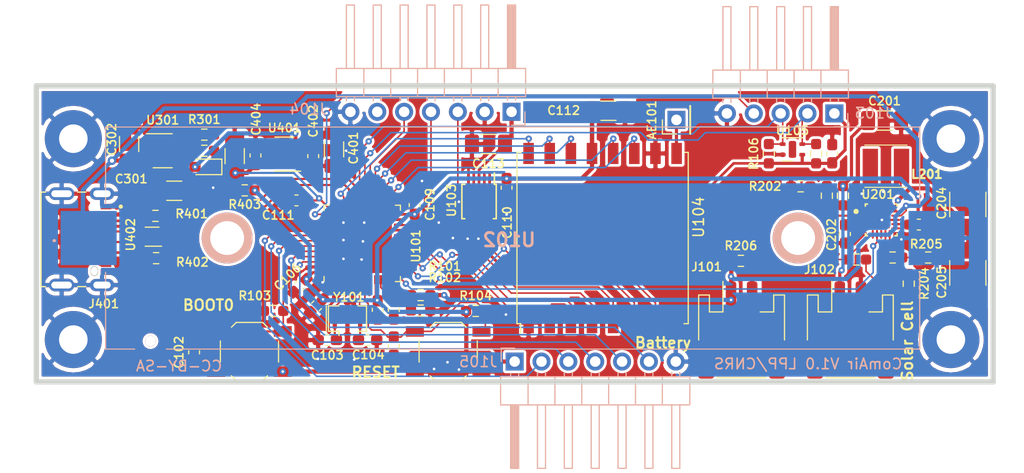
<source format=kicad_pcb>
(kicad_pcb (version 20171130) (host pcbnew 5.1.10-1.fc34)
  (layers (0 F.Cu signal) (31 B.Cu signal) (34 B.Paste user) (35 F.Paste user) (36 B.SilkS user) (37 F.SilkS user) (38 B.Mask user) (39 F.Mask user) (44 Edge.Cuts user))
  (net 0 "")
  (net 1 GND)
  (net 2 "Net-(R206-Pad2)")
  (net 3 "Net-(R204-Pad2)")
  (net 4 "Net-(R202-Pad2)")
  (net 5 "Net-(R201-Pad2)")
  (net 6 /VBat)
  (net 7 /Power_Harvester/Store)
  (net 8 "Net-(D301-Pad1)")
  (net 9 /3V3)
  (net 10 "Net-(U101-Pad40)")
  (net 11 "Net-(U101-Pad39)")
  (net 12 "Net-(U101-Pad38)")
  (net 13 /USB_D+)
  (net 14 /USB_D-)
  (net 15 "Net-(U101-Pad11)")
  (net 16 "Net-(U101-Pad4)")
  (net 17 "Net-(U101-Pad3)")
  (net 18 "Net-(U101-Pad2)")
  (net 19 "Net-(U102-PadMH2)")
  (net 20 "Net-(U102-PadMH1)")
  (net 21 "Net-(L201-Pad1)")
  (net 22 "Net-(U201-Pad17)")
  (net 23 "Net-(L201-Pad2)")
  (net 24 /Power_Harvester/~BATT_CONN)
  (net 25 "Net-(C202-Pad1)")
  (net 26 /USB_VBUS)
  (net 27 "Net-(AE101-Pad1)")
  (net 28 /BOOT0)
  (net 29 /~RESET)
  (net 30 /I2C2_SDA)
  (net 31 /I2C2_SCL)
  (net 32 /SPI1_MOSI)
  (net 33 /SPI1_MISO)
  (net 34 /SPI1_SCK)
  (net 35 /SPI1_NSS)
  (net 36 /3V3_SCD30)
  (net 37 /SCD30_RDY)
  (net 38 /SCD30_PW_EN)
  (net 39 /I2C1_SDA)
  (net 40 /I2C1_SCL)
  (net 41 /LP_SENSORS_PW_EN)
  (net 42 /LP_SENSORS_3V3)
  (net 43 /OneWire)
  (net 44 /SolarCell)
  (net 45 "Net-(U201-Pad11)")
  (net 46 "Net-(U201-Pad5)")
  (net 47 /VBAT_Sense)
  (net 48 /VDD_USB)
  (net 49 "Net-(C103-Pad1)")
  (net 50 "Net-(C104-Pad1)")
  (net 51 "Net-(J104-Pad6)")
  (net 52 "Net-(J401-Pad9)")
  (net 53 "Net-(J401-Pad4)")
  (net 54 "Net-(J401-Pad10)")
  (net 55 "Net-(J401-Pad3)")
  (net 56 "Net-(R205-Pad2)")
  (net 57 "Net-(R301-Pad1)")
  (net 58 "Net-(R302-Pad2)")
  (net 59 "Net-(U105-Pad5)")
  (net 60 "Net-(U401-Pad4)")
  (net 61 "Net-(U402-Pad2)")
  (net 62 "Net-(U402-Pad1)")
  (net 63 /LORA_DIO2)
  (net 64 /LORA_DIO1)
  (net 65 /LORA_DIO0)
  (net 66 /LORA_DIO4)
  (net 67 /LORA_DIO3)
  (net 68 /LORA_DIO5)
  (net 69 /LORA_RESET)
  (net 70 /~BATT_CHRG)
  (net 71 /PB9)
  (net 72 /PB8)
  (net 73 /PB7)
  (net 74 /PB6)
  (net 75 /PB5)
  (module Connector_PinHeader_2.54mm:PinHeader_1x07_P2.54mm_Horizontal (layer B.Cu) (at 82.7405 132.08 270)
    (fp_text reference J105 (at 0.02 3.4405 180) (layer B.SilkS) (effects (justify mirror)))
    (fp_text value Conn_01x07)
    (pad 7 thru_hole oval (at 0 -15.24 270) (size 1.7 1.7) (drill 1) (layers *.Cu *.Mask) (net 1 GND))
    (pad 6 thru_hole oval (at 0 -12.7 270) (size 1.7 1.7) (drill 1) (layers *.Cu *.Mask) (net 71 /PB9))
    (pad 5 thru_hole oval (at 0 -10.16 270) (size 1.7 1.7) (drill 1) (layers *.Cu *.Mask) (net 72 /PB8))
    (pad 4 thru_hole oval (at 0 -7.62 270) (size 1.7 1.7) (drill 1) (layers *.Cu *.Mask) (net 73 /PB7))
    (pad 3 thru_hole oval (at 0 -5.08 270) (size 1.7 1.7) (drill 1) (layers *.Cu *.Mask) (net 74 /PB6))
    (pad 2 thru_hole oval (at 0 -2.54 270) (size 1.7 1.7) (drill 1) (layers *.Cu *.Mask) (net 75 /PB5))
    (pad 1 thru_hole rect (at 0 0 270) (size 1.7 1.7) (drill 1) (layers *.Cu *.Mask) (net 9 /3V3))
  )
  (module RF_Module:HOPERF_RFM9XW_SMD (layer F.Cu) (at 91.059 120.396 90)
    (fp_text reference U104 (at 1.9685 9.0805 90) (layer F.SilkS))
    (fp_text value RFM95W-868S2)
    (pad 16 smd rect (at 8 -7 90) (size 2 1) (layers F.Cu F.Paste F.Mask) (net 63 /LORA_DIO2))
    (pad 15 smd rect (at 8 -5 90) (size 2 1) (layers F.Cu F.Paste F.Mask) (net 64 /LORA_DIO1))
    (pad 14 smd rect (at 8 -3 90) (size 2 1) (layers F.Cu F.Paste F.Mask) (net 65 /LORA_DIO0))
    (pad 13 smd rect (at 8 -1 90) (size 2 1) (layers F.Cu F.Paste F.Mask) (net 9 /3V3))
    (pad 12 smd rect (at 8 1 90) (size 2 1) (layers F.Cu F.Paste F.Mask) (net 66 /LORA_DIO4))
    (pad 11 smd rect (at 8 3 90) (size 2 1) (layers F.Cu F.Paste F.Mask) (net 67 /LORA_DIO3))
    (pad 10 smd rect (at 8 5 90) (size 2 1) (layers F.Cu F.Paste F.Mask) (net 1 GND))
    (pad 9 smd rect (at 8 7 90) (size 2 1) (layers F.Cu F.Paste F.Mask) (net 27 "Net-(AE101-Pad1)"))
    (pad 8 smd rect (at -8 7 90) (size 2 1) (layers F.Cu F.Paste F.Mask) (net 1 GND))
    (pad 7 smd rect (at -8 5 90) (size 2 1) (layers F.Cu F.Paste F.Mask) (net 68 /LORA_DIO5))
    (pad 6 smd rect (at -8 3 90) (size 2 1) (layers F.Cu F.Paste F.Mask) (net 69 /LORA_RESET))
    (pad 5 smd rect (at -8 1 90) (size 2 1) (layers F.Cu F.Paste F.Mask) (net 35 /SPI1_NSS))
    (pad 4 smd rect (at -8 -1 90) (size 2 1) (layers F.Cu F.Paste F.Mask) (net 34 /SPI1_SCK))
    (pad 3 smd rect (at -8 -3 90) (size 2 1) (layers F.Cu F.Paste F.Mask) (net 32 /SPI1_MOSI))
    (pad 2 smd rect (at -8 -5 90) (size 2 1) (layers F.Cu F.Paste F.Mask) (net 33 /SPI1_MISO))
    (pad 1 smd rect (at -8 -7 90) (size 2 1) (layers F.Cu F.Paste F.Mask) (net 1 GND))
  )
  (module Capacitor_SMD:C_0603_1608Metric_Pad1.08x0.95mm_HandSolder (layer F.Cu) (at 81.9785 115.6335 270)
    (fp_text reference C110 (at 3.302 -0.0635 90) (layer F.SilkS) (effects (font (size 0.8 0.8))))
    (fp_text value 100nF)
    (pad 2 smd roundrect (at 0.8625 0 270) (size 1.075 0.95) (layers F.Cu F.Paste F.Mask) (net 1 GND))
    (pad 1 smd roundrect (at -0.8625 0 270) (size 1.075 0.95) (layers F.Cu F.Paste F.Mask) (net 9 /3V3))
  )
  (module Capacitor_SMD:C_0603_1608Metric_Pad1.08x0.95mm_HandSolder (layer F.Cu) (at 62.103 116.84 180)
    (fp_text reference C111 (at 1.7145 -1.397) (layer F.SilkS) (effects (font (size 0.8 0.8))))
    (fp_text value 100nF)
    (pad 2 smd roundrect (at 0.8625 0 180) (size 1.075 0.95) (layers F.Cu F.Paste F.Mask) (net 1 GND))
    (pad 1 smd roundrect (at -0.8625 0 180) (size 1.075 0.95) (layers F.Cu F.Paste F.Mask) (net 48 /VDD_USB))
  )
  (module Package_TO_SOT_SMD:SOT-553 (layer F.Cu) (at 48.4505 120.269 180)
    (fp_text reference U402 (at 2.032 0.1905 90) (layer F.SilkS) (effects (font (size 0.8 0.8))))
    (fp_text value TPD2E2U06)
    (pad 4 smd rect (at 0.7 0.5 180) (size 0.45 0.3) (layers F.Cu F.Paste F.Mask) (net 1 GND))
    (pad 2 smd rect (at -0.7 0 180) (size 0.45 0.3) (layers F.Cu F.Paste F.Mask) (net 61 "Net-(U402-Pad2)"))
    (pad 5 smd rect (at 0.7 -0.5 180) (size 0.45 0.3) (layers F.Cu F.Paste F.Mask) (net 13 /USB_D+))
    (pad 3 smd rect (at -0.7 0.5 180) (size 0.45 0.3) (layers F.Cu F.Paste F.Mask) (net 14 /USB_D-))
    (pad 1 smd rect (at -0.7 -0.5 180) (size 0.45 0.3) (layers F.Cu F.Paste F.Mask) (net 62 "Net-(U402-Pad1)"))
  )
  (module Package_TO_SOT_SMD:SOT-23-5 (layer F.Cu) (at 60.96 112.4585 180)
    (fp_text reference U401 (at 0 2.4765) (layer F.SilkS) (effects (font (size 0.8 0.8))))
    (fp_text value NCP718xSN330)
    (pad 5 smd rect (at 1.1 -0.95 180) (size 1.06 0.65) (layers F.Cu F.Paste F.Mask) (net 48 /VDD_USB))
    (pad 4 smd rect (at 1.1 0.95 180) (size 1.06 0.65) (layers F.Cu F.Paste F.Mask) (net 60 "Net-(U401-Pad4)"))
    (pad 3 smd rect (at -1.1 0.95 180) (size 1.06 0.65) (layers F.Cu F.Paste F.Mask) (net 26 /USB_VBUS))
    (pad 2 smd rect (at -1.1 0 180) (size 1.06 0.65) (layers F.Cu F.Paste F.Mask) (net 1 GND))
    (pad 1 smd rect (at -1.1 -0.95 180) (size 1.06 0.65) (layers F.Cu F.Paste F.Mask) (net 26 /USB_VBUS))
  )
  (module Resistor_SMD:R_0603_1608Metric_Pad0.98x0.95mm_HandSolder (layer F.Cu) (at 57.2135 115.8875)
    (fp_text reference R403 (at 0 1.3335) (layer F.SilkS) (effects (font (size 0.8 0.8))))
    (fp_text value 0)
    (pad 2 smd roundrect (at 0.9125 0) (size 0.975 0.95) (layers F.Cu F.Paste F.Mask) (net 9 /3V3))
    (pad 1 smd roundrect (at -0.9125 0) (size 0.975 0.95) (layers F.Cu F.Paste F.Mask) (net 48 /VDD_USB))
  )
  (module Resistor_SMD:R_0603_1608Metric_Pad0.98x0.95mm_HandSolder (layer F.Cu) (at 48.8315 122.301 180)
    (fp_text reference R402 (at -3.429 -0.381) (layer F.SilkS) (effects (font (size 0.8 0.8))))
    (fp_text value 5.1k)
    (pad 2 smd roundrect (at 0.9125 0 180) (size 0.975 0.95) (layers F.Cu F.Paste F.Mask) (net 52 "Net-(J401-Pad9)"))
    (pad 1 smd roundrect (at -0.9125 0 180) (size 0.975 0.95) (layers F.Cu F.Paste F.Mask) (net 1 GND))
  )
  (module Resistor_SMD:R_0603_1608Metric_Pad0.98x0.95mm_HandSolder (layer F.Cu) (at 48.768 118.3005 180)
    (fp_text reference R401 (at -3.429 0.1905) (layer F.SilkS) (effects (font (size 0.8 0.8))))
    (fp_text value 5.1k)
    (pad 2 smd roundrect (at 0.9125 0 180) (size 0.975 0.95) (layers F.Cu F.Paste F.Mask) (net 55 "Net-(J401-Pad3)"))
    (pad 1 smd roundrect (at -0.9125 0 180) (size 0.975 0.95) (layers F.Cu F.Paste F.Mask) (net 1 GND))
  )
  (module DX07S016JA1R1500:JAE_DX07S016JA1R1500 (layer F.Cu) (at 42.9895 120.523 270)
    (fp_text reference J401 (at 6.096 -0.889 180) (layer F.SilkS) (effects (font (size 0.8 0.8))))
    (fp_text value DX07S016JA1R1500)
    (fp_line (start 2.875 -0.315) (end 3.125 -0.315) (layer Edge.Cuts) (width 0.1))
    (fp_line (start 3.125 0.315) (end 2.875 0.315) (layer Edge.Cuts) (width 0.1))
    (fp_arc (start 2.875 0) (end 2.875 -0.315) (angle -90) (layer Edge.Cuts) (width 0.1))
    (fp_arc (start 2.875 0) (end 2.56 0) (angle -90) (layer Edge.Cuts) (width 0.1))
    (fp_arc (start 3.125 0) (end 3.125 0.315) (angle -90) (layer Edge.Cuts) (width 0.1))
    (fp_arc (start 3.125 0) (end 3.44 0) (angle -90) (layer Edge.Cuts) (width 0.1))
    (pad S6 thru_hole oval (at 4.32 3.1 270) (size 1.2 2.4) (drill oval 0.65 1.95) (layers *.Cu *.Mask) (net 1 GND))
    (pad S5 thru_hole oval (at -4.32 3.1 270) (size 1.2 2.4) (drill oval 0.65 1.95) (layers *.Cu *.Mask) (net 1 GND))
    (pad S4 thru_hole oval (at 4.32 -0.725 270) (size 1.158 2.316) (drill oval 0.65 1.65) (layers *.Cu *.Mask) (net 1 GND))
    (pad S3 thru_hole oval (at -4.32 -0.725 270) (size 1.158 2.316) (drill oval 0.65 1.65) (layers *.Cu *.Mask) (net 1 GND))
    (pad None np_thru_hole circle (at -3 0 270) (size 0.63 0.63) (drill 0.63) (layers *.Cu *.Mask))
    (pad S2 smd rect (at 1.4 3.1 270) (size 1 2) (layers F.Cu F.Paste F.Mask) (net 1 GND))
    (pad S1 smd rect (at -1.4 3.1 270) (size 1 2) (layers F.Cu F.Paste F.Mask) (net 1 GND))
    (pad None np_thru_hole circle (at 3 0 270) (size 0.63 0.63) (drill 0.63) (layers *.Cu *.Mask))
    (pad None np_thru_hole circle (at 3 0 270) (size 0.6 0.6) (drill 0.6) (layers *.Cu *.Mask))
    (pad 9 smd rect (at 1.25 -1.1 270) (size 0.27 1) (layers F.Cu F.Paste F.Mask) (net 52 "Net-(J401-Pad9)"))
    (pad 8 smd rect (at 0.75 -1.1 270) (size 0.27 1) (layers F.Cu F.Paste F.Mask) (net 14 /USB_D-))
    (pad 7 smd rect (at 0.25 -1.1 270) (size 0.27 1) (layers F.Cu F.Paste F.Mask) (net 13 /USB_D+))
    (pad 6 smd rect (at -0.25 -1.1 270) (size 0.27 1) (layers F.Cu F.Paste F.Mask) (net 13 /USB_D+))
    (pad 5 smd rect (at -0.75 -1.1 270) (size 0.27 1) (layers F.Cu F.Paste F.Mask) (net 14 /USB_D-))
    (pad 4 smd rect (at -1.25 -1.1 270) (size 0.27 1) (layers F.Cu F.Paste F.Mask) (net 53 "Net-(J401-Pad4)"))
    (pad 10 smd rect (at 1.75 -1.1 270) (size 0.27 1) (layers F.Cu F.Paste F.Mask) (net 54 "Net-(J401-Pad10)"))
    (pad 3 smd rect (at -1.75 -1.1 270) (size 0.27 1) (layers F.Cu F.Paste F.Mask) (net 55 "Net-(J401-Pad3)"))
    (pad 11 smd rect (at 2.35 -1.1 270) (size 0.52 1) (layers F.Cu F.Paste F.Mask) (net 26 /USB_VBUS))
    (pad 2 smd rect (at -2.35 -1.1 270) (size 0.52 1) (layers F.Cu F.Paste F.Mask) (net 26 /USB_VBUS))
    (pad 12 smd rect (at 3.1 -1.1 270) (size 0.52 1) (layers F.Cu F.Paste F.Mask) (net 1 GND))
    (pad 1 smd rect (at -3.1 -1.1 270) (size 0.52 1) (layers F.Cu F.Paste F.Mask) (net 1 GND))
  )
  (module Capacitor_SMD:C_0603_1608Metric_Pad1.08x0.95mm_HandSolder (layer F.Cu) (at 58.2295 112.5855 90)
    (fp_text reference C404 (at 3.429 0.0635 90) (layer F.SilkS) (effects (font (size 0.8 0.8))))
    (fp_text value 100nF)
    (pad 2 smd roundrect (at 0.8625 0 90) (size 1.075 0.95) (layers F.Cu F.Paste F.Mask) (net 1 GND))
    (pad 1 smd roundrect (at -0.8625 0 90) (size 1.075 0.95) (layers F.Cu F.Paste F.Mask) (net 48 /VDD_USB))
  )
  (module Capacitor_SMD:C_1206_3216Metric_Pad1.33x1.80mm_HandSolder (layer F.Cu) (at 56.261 112.649 90)
    (fp_text reference C403 hide)
    (fp_text value 4.7uF)
    (pad 2 smd roundrect (at 1.5625 0 90) (size 1.325 1.8) (layers F.Cu F.Paste F.Mask) (roundrect_rratio 0.188679) (net 1 GND))
    (pad 1 smd roundrect (at -1.5625 0 90) (size 1.325 1.8) (layers F.Cu F.Paste F.Mask) (roundrect_rratio 0.188679) (net 48 /VDD_USB))
  )
  (module Capacitor_SMD:C_0603_1608Metric_Pad1.08x0.95mm_HandSolder (layer F.Cu) (at 63.6905 112.649 90)
    (fp_text reference C402 (at 3.302 0 90) (layer F.SilkS) (effects (font (size 0.8 0.8))))
    (fp_text value 100nF)
    (pad 2 smd roundrect (at 0.8625 0 90) (size 1.075 0.95) (layers F.Cu F.Paste F.Mask) (net 1 GND))
    (pad 1 smd roundrect (at -0.8625 0 90) (size 1.075 0.95) (layers F.Cu F.Paste F.Mask) (net 26 /USB_VBUS))
  )
  (module Capacitor_SMD:C_1206_3216Metric_Pad1.33x1.80mm_HandSolder (layer F.Cu) (at 65.659 112.014 90)
    (fp_text reference C401 (at 0.127 1.8415 90) (layer F.SilkS) (effects (font (size 0.8 0.8))))
    (fp_text value 4.7uF)
    (pad 2 smd roundrect (at 1.5625 0 90) (size 1.325 1.8) (layers F.Cu F.Paste F.Mask) (roundrect_rratio 0.188679) (net 1 GND))
    (pad 1 smd roundrect (at -1.5625 0 90) (size 1.325 1.8) (layers F.Cu F.Paste F.Mask) (roundrect_rratio 0.188679) (net 26 /USB_VBUS))
  )
  (module Capacitor_SMD:C_0603_1608Metric_Pad1.08x0.95mm_HandSolder (layer F.Cu) (at 73.279 117.2845 90)
    (fp_text reference C109 (at 0.0635 1.4605 90) (layer F.SilkS) (effects (font (size 0.8 0.8))))
    (fp_text value 100nF)
    (pad 2 smd roundrect (at 0.8625 0 90) (size 1.075 0.95) (layers F.Cu F.Paste F.Mask) (net 1 GND))
    (pad 1 smd roundrect (at -0.8625 0 90) (size 1.075 0.95) (layers F.Cu F.Paste F.Mask) (net 9 /3V3))
  )
  (module Capacitor_SMD:C_0603_1608Metric_Pad1.08x0.95mm_HandSolder (layer F.Cu) (at 64.008 126.8095 225)
    (fp_text reference C108 hide)
    (fp_text value 100nF)
    (pad 2 smd roundrect (at 0.8625 0 225) (size 1.075 0.95) (layers F.Cu F.Paste F.Mask) (net 1 GND))
    (pad 1 smd roundrect (at -0.8625 0 225) (size 1.075 0.95) (layers F.Cu F.Paste F.Mask) (net 9 /3V3))
  )
  (module Capacitor_SMD:C_0603_1608Metric_Pad1.08x0.95mm_HandSolder (layer F.Cu) (at 62.4205 124.9045 225)
    (fp_text reference C106 (at 0.224506 1.39194 45) (layer F.SilkS) (effects (font (size 0.8 0.8))))
    (fp_text value 100nF)
    (pad 2 smd roundrect (at 0.8625 0 225) (size 1.075 0.95) (layers F.Cu F.Paste F.Mask) (net 1 GND))
    (pad 1 smd roundrect (at -0.8625 0 225) (size 1.075 0.95) (layers F.Cu F.Paste F.Mask) (net 9 /3V3))
  )
  (module Capacitor_SMD:C_0603_1608Metric_Pad1.08x0.95mm_HandSolder (layer F.Cu) (at 69.7865 127.1905 270)
    (fp_text reference C105 hide)
    (fp_text value 100nF)
    (pad 2 smd roundrect (at 0.8625 0 270) (size 1.075 0.95) (layers F.Cu F.Paste F.Mask) (net 1 GND))
    (pad 1 smd roundrect (at -0.8625 0 270) (size 1.075 0.95) (layers F.Cu F.Paste F.Mask) (net 9 /3V3))
  )
  (module Resistor_SMD:R_0603_1608Metric_Pad0.98x0.95mm_HandSolder (layer F.Cu) (at 73.8505 127.254)
    (fp_text reference R102 (at 2.286 -3.1115) (layer F.SilkS) (effects (font (size 0.8 0.8))))
    (fp_text value 2M)
    (pad 2 smd roundrect (at 0.9125 0) (size 0.975 0.95) (layers F.Cu F.Paste F.Mask) (net 1 GND))
    (pad 1 smd roundrect (at -0.9125 0) (size 0.975 0.95) (layers F.Cu F.Paste F.Mask) (net 47 /VBAT_Sense))
  )
  (module Resistor_SMD:R_0603_1608Metric_Pad0.98x0.95mm_HandSolder (layer F.Cu) (at 73.8505 125.7935 180)
    (fp_text reference R101 (at -2.286 2.7305) (layer F.SilkS) (effects (font (size 0.8 0.8))))
    (fp_text value 1M)
    (pad 2 smd roundrect (at 0.9125 0 180) (size 0.975 0.95) (layers F.Cu F.Paste F.Mask) (net 47 /VBAT_Sense))
    (pad 1 smd roundrect (at -0.9125 0 180) (size 0.975 0.95) (layers F.Cu F.Paste F.Mask) (net 6 /VBat))
  )
  (module Capacitor_SMD:C_0603_1608Metric_Pad1.08x0.95mm_HandSolder (layer F.Cu) (at 71.3105 127.1905 270)
    (fp_text reference C101 hide)
    (fp_text value 100nF)
    (pad 2 smd roundrect (at 0.8625 0 270) (size 1.075 0.95) (layers F.Cu F.Paste F.Mask) (net 1 GND))
    (pad 1 smd roundrect (at -0.8625 0 270) (size 1.075 0.95) (layers F.Cu F.Paste F.Mask) (net 47 /VBAT_Sense))
  )
  (module libs:LQH44PH100MPRL (layer F.Cu) (at 117.856 113.6015)
    (fp_text reference L201 (at 3.8735 0.762) (layer F.SilkS) (effects (font (size 0.8 0.8) (thickness 0.254))))
    (fp_text value L hide)
    (pad 2 smd rect (at 1.475 0) (size 1.45 3.3) (layers F.Cu F.Paste F.Mask) (net 23 "Net-(L201-Pad2)"))
    (pad 1 smd rect (at -1.475 0) (size 1.45 3.3) (layers F.Cu F.Paste F.Mask) (net 21 "Net-(L201-Pad1)"))
  )
  (module Capacitor_SMD:C_0603_1608Metric_Pad1.08x0.95mm_HandSolder (layer F.Cu) (at 113.9825 120.015 270)
    (fp_text reference C202 (at 0.0635 1.27 90) (layer F.SilkS) (effects (font (size 0.8 0.8))))
    (fp_text value 100nF)
    (pad 2 smd roundrect (at 0.8625 0 270) (size 1.075 0.95) (layers F.Cu F.Paste F.Mask) (net 1 GND))
    (pad 1 smd roundrect (at -0.8625 0 270) (size 1.075 0.95) (layers F.Cu F.Paste F.Mask) (net 25 "Net-(C202-Pad1)"))
  )
  (module Resistor_SMD:R_0603_1608Metric_Pad0.98x0.95mm_HandSolder (layer F.Cu) (at 121.8565 122.2375 180)
    (fp_text reference R205 (at 0.1905 1.27) (layer F.SilkS) (effects (font (size 0.8 0.8))))
    (fp_text value R)
    (pad 2 smd roundrect (at 0.9125 0 180) (size 0.975 0.95) (layers F.Cu F.Paste F.Mask) (net 56 "Net-(R205-Pad2)"))
    (pad 1 smd roundrect (at -0.9125 0 180) (size 0.975 0.95) (layers F.Cu F.Paste F.Mask) (net 7 /Power_Harvester/Store))
  )
  (module Capacitor_SMD:C_0603_1608Metric_Pad1.08x0.95mm_HandSolder (layer F.Cu) (at 120.9675 119.126)
    (fp_text reference C203 hide)
    (fp_text value 100nF)
    (pad 2 smd roundrect (at 0.8625 0) (size 1.075 0.95) (layers F.Cu F.Paste F.Mask) (net 1 GND))
    (pad 1 smd roundrect (at -0.8625 0) (size 1.075 0.95) (layers F.Cu F.Paste F.Mask) (net 9 /3V3))
  )
  (module Capacitor_SMD:C_1206_3216Metric_Pad1.33x1.80mm_HandSolder (layer F.Cu) (at 117.729 109.2835)
    (fp_text reference C201 (at 0 -1.85) (layer F.SilkS) (effects (font (size 0.8 0.8))))
    (fp_text value 1uF)
    (pad 2 smd roundrect (at 1.5625 0) (size 1.325 1.8) (layers F.Cu F.Paste F.Mask) (roundrect_rratio 0.188679) (net 1 GND))
    (pad 1 smd roundrect (at -1.5625 0) (size 1.325 1.8) (layers F.Cu F.Paste F.Mask) (roundrect_rratio 0.188679) (net 44 /SolarCell))
  )
  (module Connector_JST:JST_PH_S2B-PH-SM4-TB_1x02-1MP_P2.00mm_Horizontal (layer F.Cu) (at 114.4905 129.0955)
    (fp_text reference J102 (at -2.921 -5.715) (layer F.SilkS) (effects (font (size 0.8 0.8))))
    (fp_text value Conn_01x02)
    (pad MP smd roundrect (at 3.35 2.9) (size 1.5 3.4) (layers F.Cu F.Paste F.Mask) (roundrect_rratio 0.166667))
    (pad MP smd roundrect (at -3.35 2.9) (size 1.5 3.4) (layers F.Cu F.Paste F.Mask) (roundrect_rratio 0.166667))
    (pad 2 smd roundrect (at 1 -2.85) (size 1 3.5) (layers F.Cu F.Paste F.Mask) (net 1 GND))
    (pad 1 smd roundrect (at -1 -2.85) (size 1 3.5) (layers F.Cu F.Paste F.Mask) (net 44 /SolarCell))
  )
  (module Connector_JST:JST_PH_S2B-PH-SM4-TB_1x02-1MP_P2.00mm_Horizontal (layer F.Cu) (at 104.2035 129.0955)
    (fp_text reference J101 (at -3.302 -5.969) (layer F.SilkS) (effects (font (size 0.8 0.8))))
    (fp_text value Conn_01x02)
    (pad MP smd roundrect (at 3.35 2.9) (size 1.5 3.4) (layers F.Cu F.Paste F.Mask) (roundrect_rratio 0.166667))
    (pad MP smd roundrect (at -3.35 2.9) (size 1.5 3.4) (layers F.Cu F.Paste F.Mask) (roundrect_rratio 0.166667))
    (pad 2 smd roundrect (at 1 -2.85) (size 1 3.5) (layers F.Cu F.Paste F.Mask) (net 1 GND))
    (pad 1 smd roundrect (at -1 -2.85) (size 1 3.5) (layers F.Cu F.Paste F.Mask) (net 6 /VBat))
  )
  (module Capacitor_SMD:C_1812_4532Metric_Pad1.57x3.40mm_HandSolder (layer F.Cu) (at 125.603 117.221 90)
    (fp_text reference C204 (at 0.127 -2.4765 90) (layer F.SilkS) (effects (font (size 0.8 0.8))))
    (fp_text value 47uF)
    (pad 2 smd roundrect (at 2.1375 0 90) (size 1.575 3.4) (layers F.Cu F.Paste F.Mask) (roundrect_rratio 0.15873) (net 1 GND))
    (pad 1 smd roundrect (at -2.1375 0 90) (size 1.575 3.4) (layers F.Cu F.Paste F.Mask) (roundrect_rratio 0.15873) (net 7 /Power_Harvester/Store))
  )
  (module Capacitor_SMD:C_1812_4532Metric_Pad1.57x3.40mm_HandSolder (layer F.Cu) (at 125.603 123.698 270)
    (fp_text reference C205 (at 0.889 2.4765 90) (layer F.SilkS) (effects (font (size 0.8 0.8))))
    (fp_text value 47uF)
    (pad 2 smd roundrect (at 2.1375 0 270) (size 1.575 3.4) (layers F.Cu F.Paste F.Mask) (roundrect_rratio 0.15873) (net 1 GND))
    (pad 1 smd roundrect (at -2.1375 0 270) (size 1.575 3.4) (layers F.Cu F.Paste F.Mask) (roundrect_rratio 0.15873) (net 7 /Power_Harvester/Store))
  )
  (module Capacitor_SMD:C_0603_1608Metric_Pad1.08x0.95mm_HandSolder (layer F.Cu) (at 112.776 112.4204 90)
    (fp_text reference C114 hide)
    (fp_text value 100nF)
    (pad 2 smd roundrect (at 0.8625 0 90) (size 1.075 0.95) (layers F.Cu F.Paste F.Mask) (net 1 GND))
    (pad 1 smd roundrect (at -0.8625 0 90) (size 1.075 0.95) (layers F.Cu F.Paste F.Mask) (net 42 /LP_SENSORS_3V3))
  )
  (module Connector_PinHeader_2.54mm:PinHeader_1x05_P2.54mm_Horizontal (layer B.Cu) (at 112.9792 108.6104 90)
    (fp_text reference J103 (at 0.0254 3.7338) (layer B.SilkS) (effects (justify mirror)))
    (fp_text value Conn_01x05)
    (pad 5 thru_hole oval (at 0 -10.16 90) (size 1.7 1.7) (drill 1) (layers *.Cu *.Mask) (net 1 GND))
    (pad 4 thru_hole oval (at 0 -7.62 90) (size 1.7 1.7) (drill 1) (layers *.Cu *.Mask) (net 43 /OneWire))
    (pad 3 thru_hole oval (at 0 -5.08 90) (size 1.7 1.7) (drill 1) (layers *.Cu *.Mask) (net 39 /I2C1_SDA))
    (pad 2 thru_hole oval (at 0 -2.54 90) (size 1.7 1.7) (drill 1) (layers *.Cu *.Mask) (net 40 /I2C1_SCL))
    (pad 1 thru_hole rect (at 0 0 90) (size 1.7 1.7) (drill 1) (layers *.Cu *.Mask) (net 42 /LP_SENSORS_3V3))
  )
  (module Resistor_SMD:R_0603_1608Metric_Pad0.98x0.95mm_HandSolder (layer F.Cu) (at 106.7816 112.4204 90)
    (fp_text reference R106 (at 0 -1.43 90) (layer F.SilkS) (effects (font (size 0.8 0.8))))
    (fp_text value 4k7)
    (pad 2 smd roundrect (at 0.9125 0 90) (size 0.975 0.95) (layers F.Cu F.Paste F.Mask) (net 39 /I2C1_SDA))
    (pad 1 smd roundrect (at -0.9125 0 90) (size 0.975 0.95) (layers F.Cu F.Paste F.Mask) (net 42 /LP_SENSORS_3V3))
  )
  (module Resistor_SMD:R_0603_1608Metric_Pad0.98x0.95mm_HandSolder (layer F.Cu) (at 111.252 112.4204 90)
    (fp_text reference R105 hide)
    (fp_text value 4k7)
    (pad 2 smd roundrect (at 0.9125 0 90) (size 0.975 0.95) (layers F.Cu F.Paste F.Mask) (net 40 /I2C1_SCL))
    (pad 1 smd roundrect (at -0.9125 0 90) (size 0.975 0.95) (layers F.Cu F.Paste F.Mask) (net 42 /LP_SENSORS_3V3))
  )
  (module Sensor_Humidity:Sensirion_DFN-4-1EP_2x2mm_P1mm_EP0.7x1.6mm (layer F.Cu) (at 109.0168 112.014 180)
    (fp_text reference U105 (at 0 1.778) (layer F.SilkS) (effects (font (size 0.8 0.8))))
    (fp_text value SHTC3)
    (pad 5 smd roundrect (at 0 0 180) (size 0.7 1.6) (layers F.Cu F.Mask) (net 59 "Net-(U105-Pad5)"))
    (pad 4 smd roundrect (at 0.925 -0.5 180) (size 0.55 0.35) (layers F.Cu F.Mask) (net 1 GND))
    (pad 3 smd roundrect (at 0.925 0.5 180) (size 0.55 0.35) (layers F.Cu F.Mask) (net 39 /I2C1_SDA))
    (pad 2 smd roundrect (at -0.925 0.5 180) (size 0.55 0.35) (layers F.Cu F.Mask) (net 40 /I2C1_SCL))
    (pad 1 smd roundrect (at -0.925 -0.5 180) (size 0.55 0.35) (layers F.Cu F.Mask) (net 42 /LP_SENSORS_3V3))
  )
  (module Connector_PinHeader_2.54mm:PinHeader_1x07_P2.54mm_Horizontal (layer B.Cu) (at 82.4484 108.458 90)
    (fp_text reference J104 (at 0.254 -19.2024) (layer B.SilkS) (effects (justify mirror)))
    (fp_text value Conn_01x07)
    (pad 7 thru_hole oval (at 0 -15.24 90) (size 1.7 1.7) (drill 1) (layers *.Cu *.Mask) (net 1 GND))
    (pad 6 thru_hole oval (at 0 -12.7 90) (size 1.7 1.7) (drill 1) (layers *.Cu *.Mask) (net 51 "Net-(J104-Pad6)"))
    (pad 5 thru_hole oval (at 0 -10.16 90) (size 1.7 1.7) (drill 1) (layers *.Cu *.Mask) (net 37 /SCD30_RDY))
    (pad 4 thru_hole oval (at 0 -7.62 90) (size 1.7 1.7) (drill 1) (layers *.Cu *.Mask) (net 30 /I2C2_SDA))
    (pad 3 thru_hole oval (at 0 -5.08 90) (size 1.7 1.7) (drill 1) (layers *.Cu *.Mask) (net 31 /I2C2_SCL))
    (pad 2 thru_hole oval (at 0 -2.54 90) (size 1.7 1.7) (drill 1) (layers *.Cu *.Mask) (net 1 GND))
    (pad 1 thru_hole rect (at 0 0 90) (size 1.7 1.7) (drill 1) (layers *.Cu *.Mask) (net 36 /3V3_SCD30))
  )
  (module Capacitor_SMD:C_1206_3216Metric_Pad1.33x1.80mm_HandSolder (layer F.Cu) (at 80.264 111.506 180)
    (fp_text reference C113 (at 0 -1.85) (layer F.SilkS) (effects (font (size 0.8 0.8))))
    (fp_text value 10uF)
    (pad 2 smd roundrect (at 1.5625 0 180) (size 1.325 1.8) (layers F.Cu F.Paste F.Mask) (roundrect_rratio 0.188679) (net 1 GND))
    (pad 1 smd roundrect (at -1.5625 0 180) (size 1.325 1.8) (layers F.Cu F.Paste F.Mask) (roundrect_rratio 0.188679) (net 36 /3V3_SCD30))
  )
  (module Capacitor_SMD:C_1206_3216Metric_Pad1.33x1.80mm_HandSolder (layer F.Cu) (at 91.6178 108.3564)
    (fp_text reference C112 (at -4.2418 -0.0254) (layer F.SilkS) (effects (font (size 0.8 0.8))))
    (fp_text value 10uF)
    (pad 2 smd roundrect (at 1.5625 0) (size 1.325 1.8) (layers F.Cu F.Paste F.Mask) (roundrect_rratio 0.188679) (net 1 GND))
    (pad 1 smd roundrect (at -1.5625 0) (size 1.325 1.8) (layers F.Cu F.Paste F.Mask) (roundrect_rratio 0.188679) (net 9 /3V3))
  )
  (module MountingHole:MountingHole_2.7mm_M2.5_Pad (layer F.Cu) (at 124 130)
    (fp_text reference H104 hide)
    (fp_text value MountingHole_Pad)
    (pad 1 thru_hole circle (at 0 0) (size 5.4 5.4) (drill 2.7) (layers *.Cu *.Mask) (net 1 GND))
  )
  (module MountingHole:MountingHole_2.7mm_M2.5_Pad (layer F.Cu) (at 41 111)
    (fp_text reference H103 hide)
    (fp_text value MountingHole_Pad)
    (pad 1 thru_hole circle (at 0 0) (size 5.4 5.4) (drill 2.7) (layers *.Cu *.Mask) (net 1 GND))
  )
  (module MountingHole:MountingHole_2.7mm_M2.5_Pad (layer F.Cu) (at 124 111)
    (fp_text reference H102 hide)
    (fp_text value MountingHole_Pad)
    (pad 1 thru_hole circle (at 0 0) (size 5.4 5.4) (drill 2.7) (layers *.Cu *.Mask) (net 1 GND))
  )
  (module MountingHole:MountingHole_2.7mm_M2.5_Pad (layer F.Cu) (at 41 130)
    (fp_text reference H101 hide)
    (fp_text value MountingHole_Pad)
    (pad 1 thru_hole circle (at 0 0) (size 5.4 5.4) (drill 2.7) (layers *.Cu *.Mask) (net 1 GND))
  )
  (module Capacitor_SMD:C_0603_1608Metric_Pad1.08x0.95mm_HandSolder (layer F.Cu) (at 68.834 130.048)
    (fp_text reference C104 (at 0.0635 1.397) (layer F.SilkS) (effects (font (size 0.8 0.8))))
    (fp_text value 20pF)
    (pad 2 smd roundrect (at 0.8625 0) (size 1.075 0.95) (layers F.Cu F.Paste F.Mask) (net 1 GND))
    (pad 1 smd roundrect (at -0.8625 0) (size 1.075 0.95) (layers F.Cu F.Paste F.Mask) (net 50 "Net-(C104-Pad1)"))
  )
  (module Capacitor_SMD:C_0603_1608Metric_Pad1.08x0.95mm_HandSolder (layer F.Cu) (at 65.024 130.048 180)
    (fp_text reference C103 (at 0 -1.43) (layer F.SilkS) (effects (font (size 0.8 0.8))))
    (fp_text value 20pF)
    (pad 2 smd roundrect (at 0.8625 0 180) (size 1.075 0.95) (layers F.Cu F.Paste F.Mask) (net 1 GND))
    (pad 1 smd roundrect (at -0.8625 0 180) (size 1.075 0.95) (layers F.Cu F.Paste F.Mask) (net 49 "Net-(C103-Pad1)"))
  )
  (module Crystal:Resonator_SMD_muRata_CSTxExxV-3Pin_3.0x1.1mm (layer F.Cu) (at 66.929 128.016)
    (fp_text reference Y101 (at 0.127 -2.032) (layer F.SilkS) (effects (font (size 0.8 0.8))))
    (fp_text value Crystal_GND2_Small)
    (pad 3 smd rect (at 1.2 0) (size 0.4 1.9) (layers F.Cu F.Paste F.Mask) (net 50 "Net-(C104-Pad1)"))
    (pad 2 smd rect (at 0 0) (size 0.4 1.9) (layers F.Cu F.Paste F.Mask) (net 1 GND))
    (pad 1 smd rect (at -1.2 0) (size 0.4 1.9) (layers F.Cu F.Paste F.Mask) (net 49 "Net-(C103-Pad1)"))
  )
  (module Button_Switch_SMD:SW_SPST_TL3342 (layer F.Cu) (at 76.454 131.1275)
    (fp_text reference SW102 hide)
    (fp_text value SW_Push)
    (pad 2 smd rect (at 3.15 1.9) (size 1.7 1) (layers F.Cu F.Paste F.Mask) (net 1 GND))
    (pad 2 smd rect (at -3.15 1.9) (size 1.7 1) (layers F.Cu F.Paste F.Mask) (net 1 GND))
    (pad 1 smd rect (at 3.15 -1.9) (size 1.7 1) (layers F.Cu F.Paste F.Mask) (net 29 /~RESET))
    (pad 1 smd rect (at -3.15 -1.9) (size 1.7 1) (layers F.Cu F.Paste F.Mask) (net 29 /~RESET))
  )
  (module Button_Switch_SMD:SW_SPST_TL3342 (layer F.Cu) (at 57.658 131.1275 180)
    (fp_text reference SW101 hide)
    (fp_text value SW_Push)
    (pad 2 smd rect (at 3.15 1.9 180) (size 1.7 1) (layers F.Cu F.Paste F.Mask) (net 28 /BOOT0))
    (pad 2 smd rect (at -3.15 1.9 180) (size 1.7 1) (layers F.Cu F.Paste F.Mask) (net 28 /BOOT0))
    (pad 1 smd rect (at 3.15 -1.9 180) (size 1.7 1) (layers F.Cu F.Paste F.Mask) (net 9 /3V3))
    (pad 1 smd rect (at -3.15 -1.9 180) (size 1.7 1) (layers F.Cu F.Paste F.Mask) (net 9 /3V3))
  )
  (module Resistor_SMD:R_0603_1608Metric_Pad0.98x0.95mm_HandSolder (layer F.Cu) (at 59.944 127.2921 180)
    (fp_text reference R103 (at 1.778 1.4351) (layer F.SilkS) (effects (font (size 0.8 0.8))))
    (fp_text value 10k)
    (pad 2 smd roundrect (at 0.9125 0 180) (size 0.975 0.95) (layers F.Cu F.Paste F.Mask) (net 1 GND))
    (pad 1 smd roundrect (at -0.9125 0 180) (size 0.975 0.95) (layers F.Cu F.Paste F.Mask) (net 28 /BOOT0))
  )
  (module Resistor_SMD:R_0603_1608Metric_Pad0.98x0.95mm_HandSolder (layer F.Cu) (at 79.0575 127.2921)
    (fp_text reference R104 (at 0 -1.43) (layer F.SilkS) (effects (font (size 0.8 0.8))))
    (fp_text value 10k)
    (pad 2 smd roundrect (at 0.9125 0) (size 0.975 0.95) (layers F.Cu F.Paste F.Mask) (net 29 /~RESET))
    (pad 1 smd roundrect (at -0.9125 0) (size 0.975 0.95) (layers F.Cu F.Paste F.Mask) (net 9 /3V3))
  )
  (module Capacitor_SMD:C_0603_1608Metric_Pad1.08x0.95mm_HandSolder (layer F.Cu) (at 71.3105 130.6195 270)
    (fp_text reference C107 hide)
    (fp_text value 100nF)
    (pad 2 smd roundrect (at 0.8625 0 270) (size 1.075 0.95) (layers F.Cu F.Paste F.Mask) (net 1 GND))
    (pad 1 smd roundrect (at -0.8625 0 270) (size 1.075 0.95) (layers F.Cu F.Paste F.Mask) (net 29 /~RESET))
  )
  (module Capacitor_SMD:C_0603_1608Metric_Pad1.08x0.95mm_HandSolder (layer F.Cu) (at 52.4256 131.2037 90)
    (fp_text reference C102 (at 0 -1.43 90) (layer F.SilkS) (effects (font (size 0.8 0.8))))
    (fp_text value 100nF)
    (pad 2 smd roundrect (at 0.8625 0 90) (size 1.075 0.95) (layers F.Cu F.Paste F.Mask) (net 28 /BOOT0))
    (pad 1 smd roundrect (at -0.8625 0 90) (size 1.075 0.95) (layers F.Cu F.Paste F.Mask) (net 9 /3V3))
  )
  (module Connector_PinHeader_2.54mm:PinHeader_1x01_P2.54mm_Vertical (layer F.Cu) (at 98.044 109.22 90)
    (fp_text reference AE101 (at 0 -2.33 90) (layer F.SilkS) (effects (font (size 0.8 0.8))))
    (fp_text value Antenna)
    (pad 1 thru_hole rect (at 0 0 90) (size 1.7 1.7) (drill 1) (layers *.Cu *.Mask) (net 27 "Net-(AE101-Pad1)"))
  )
  (module LED_SMD:LED_0603_1608Metric_Pad1.05x0.95mm_HandSolder (layer F.Cu) (at 53.3908 113.665 180)
    (fp_text reference D301 hide)
    (fp_text value LED)
    (pad 2 smd roundrect (at 0.875 0 180) (size 1.05 0.95) (layers F.Cu F.Paste F.Mask) (net 26 /USB_VBUS))
    (pad 1 smd roundrect (at -0.875 0 180) (size 1.05 0.95) (layers F.Cu F.Paste F.Mask) (net 8 "Net-(D301-Pad1)"))
  )
  (module Package_TO_SOT_SMD:SOT-23-5 (layer F.Cu) (at 49.4538 112.141)
    (fp_text reference U301 (at 0 -2.9) (layer F.SilkS) (effects (font (size 0.8 0.8))))
    (fp_text value MCP73831-2-OT)
    (pad 5 smd rect (at 1.1 -0.95) (size 1.06 0.65) (layers F.Cu F.Paste F.Mask) (net 57 "Net-(R301-Pad1)"))
    (pad 4 smd rect (at 1.1 0.95) (size 1.06 0.65) (layers F.Cu F.Paste F.Mask) (net 26 /USB_VBUS))
    (pad 3 smd rect (at -1.1 0.95) (size 1.06 0.65) (layers F.Cu F.Paste F.Mask) (net 6 /VBat))
    (pad 2 smd rect (at -1.1 0) (size 1.06 0.65) (layers F.Cu F.Paste F.Mask) (net 1 GND))
    (pad 1 smd rect (at -1.1 -0.95) (size 1.06 0.65) (layers F.Cu F.Paste F.Mask) (net 58 "Net-(R302-Pad2)"))
  )
  (module Resistor_SMD:R_0603_1608Metric_Pad0.98x0.95mm_HandSolder (layer F.Cu) (at 53.3908 110.617)
    (fp_text reference R301 (at 0 -1.43) (layer F.SilkS) (effects (font (size 0.8 0.8))))
    (fp_text value 2k)
    (pad 2 smd roundrect (at 0.9125 0) (size 0.975 0.95) (layers F.Cu F.Paste F.Mask) (net 1 GND))
    (pad 1 smd roundrect (at -0.9125 0) (size 0.975 0.95) (layers F.Cu F.Paste F.Mask) (net 57 "Net-(R301-Pad1)"))
  )
  (module Resistor_SMD:R_0603_1608Metric_Pad0.98x0.95mm_HandSolder (layer F.Cu) (at 53.3908 112.141 180)
    (fp_text reference R302 hide)
    (fp_text value 470)
    (pad 2 smd roundrect (at 0.9125 0 180) (size 0.975 0.95) (layers F.Cu F.Paste F.Mask) (net 58 "Net-(R302-Pad2)"))
    (pad 1 smd roundrect (at -0.9125 0 180) (size 0.975 0.95) (layers F.Cu F.Paste F.Mask) (net 8 "Net-(D301-Pad1)"))
  )
  (module Capacitor_SMD:C_1206_3216Metric_Pad1.33x1.80mm_HandSolder (layer F.Cu) (at 46.2788 111.506 90)
    (fp_text reference C302 (at 0.4445 -1.6383 90) (layer F.SilkS) (effects (font (size 0.8 0.8))))
    (fp_text value 4.7uF)
    (pad 2 smd roundrect (at 1.5625 0 90) (size 1.325 1.8) (layers F.Cu F.Paste F.Mask) (roundrect_rratio 0.188679) (net 1 GND))
    (pad 1 smd roundrect (at -1.5625 0 90) (size 1.325 1.8) (layers F.Cu F.Paste F.Mask) (roundrect_rratio 0.188679) (net 6 /VBat))
  )
  (module Capacitor_SMD:C_1206_3216Metric_Pad1.33x1.80mm_HandSolder (layer F.Cu) (at 50.546 115.9256)
    (fp_text reference C301 (at -4.064 -1.1176) (layer F.SilkS) (effects (font (size 0.8 0.8))))
    (fp_text value 4.7uF)
    (pad 2 smd roundrect (at 1.5625 0) (size 1.325 1.8) (layers F.Cu F.Paste F.Mask) (roundrect_rratio 0.188679) (net 1 GND))
    (pad 1 smd roundrect (at -1.5625 0) (size 1.325 1.8) (layers F.Cu F.Paste F.Mask) (roundrect_rratio 0.188679) (net 26 /USB_VBUS))
  )
  (module Resistor_SMD:R_0603_1608Metric_Pad0.98x0.95mm_HandSolder (layer F.Cu) (at 118.491 122.2375)
    (fp_text reference R208 hide)
    (fp_text value R)
    (pad 2 smd roundrect (at 0.9125 0) (size 0.975 0.95) (layers F.Cu F.Paste F.Mask) (net 56 "Net-(R205-Pad2)"))
    (pad 1 smd roundrect (at -0.9125 0) (size 0.975 0.95) (layers F.Cu F.Paste F.Mask) (net 3 "Net-(R204-Pad2)"))
  )
  (module Resistor_SMD:R_0603_1608Metric_Pad0.98x0.95mm_HandSolder (layer F.Cu) (at 120.015 124.714 90)
    (fp_text reference R204 (at 0 1.4605 90) (layer F.SilkS) (effects (font (size 0.8 0.8))))
    (fp_text value R)
    (pad 2 smd roundrect (at 0.9125 0 90) (size 0.975 0.95) (layers F.Cu F.Paste F.Mask) (net 3 "Net-(R204-Pad2)"))
    (pad 1 smd roundrect (at -0.9125 0 90) (size 0.975 0.95) (layers F.Cu F.Paste F.Mask) (net 1 GND))
  )
  (module Resistor_SMD:R_0603_1608Metric_Pad0.98x0.95mm_HandSolder (layer F.Cu) (at 115.062 122.428 180)
    (fp_text reference R207 hide)
    (fp_text value R)
    (pad 2 smd roundrect (at 0.9125 0 180) (size 0.975 0.95) (layers F.Cu F.Paste F.Mask) (net 2 "Net-(R206-Pad2)"))
    (pad 1 smd roundrect (at -0.9125 0 180) (size 0.975 0.95) (layers F.Cu F.Paste F.Mask) (net 7 /Power_Harvester/Store))
  )
  (module Resistor_SMD:R_0603_1608Metric_Pad0.98x0.95mm_HandSolder (layer F.Cu) (at 104.14 122.555)
    (fp_text reference R206 (at 0 -1.43) (layer F.SilkS) (effects (font (size 0.8 0.8))))
    (fp_text value R)
    (pad 2 smd roundrect (at 0.9125 0) (size 0.975 0.95) (layers F.Cu F.Paste F.Mask) (net 2 "Net-(R206-Pad2)"))
    (pad 1 smd roundrect (at -0.9125 0) (size 0.975 0.95) (layers F.Cu F.Paste F.Mask) (net 6 /VBat))
  )
  (module Resistor_SMD:R_0603_1608Metric_Pad0.98x0.95mm_HandSolder (layer F.Cu) (at 109.7915 115.5065)
    (fp_text reference R202 (at -3.3655 0) (layer F.SilkS) (effects (font (size 0.8 0.8))))
    (fp_text value R)
    (pad 2 smd roundrect (at 0.9125 0) (size 0.975 0.95) (layers F.Cu F.Paste F.Mask) (net 4 "Net-(R202-Pad2)"))
    (pad 1 smd roundrect (at -0.9125 0) (size 0.975 0.95) (layers F.Cu F.Paste F.Mask) (net 1 GND))
  )
  (module Resistor_SMD:R_0603_1608Metric_Pad0.98x0.95mm_HandSolder (layer F.Cu) (at 112.268 116.3955 270)
    (fp_text reference R203 hide)
    (fp_text value R)
    (pad 2 smd roundrect (at 0.9125 0 270) (size 0.975 0.95) (layers F.Cu F.Paste F.Mask) (net 4 "Net-(R202-Pad2)"))
    (pad 1 smd roundrect (at -0.9125 0 270) (size 0.975 0.95) (layers F.Cu F.Paste F.Mask) (net 5 "Net-(R201-Pad2)"))
  )
  (module Resistor_SMD:R_0603_1608Metric_Pad0.98x0.95mm_HandSolder (layer F.Cu) (at 113.792 116.3955 270)
    (fp_text reference R201 hide)
    (fp_text value R)
    (pad 2 smd roundrect (at 0.9125 0 270) (size 0.975 0.95) (layers F.Cu F.Paste F.Mask) (net 5 "Net-(R201-Pad2)"))
    (pad 1 smd roundrect (at -0.9125 0 270) (size 0.975 0.95) (layers F.Cu F.Paste F.Mask) (net 44 /SolarCell))
  )
  (module eec:STMicroelectronics-SPV1050TTR-0 (layer F.Cu) (at 117.4115 118.6815)
    (fp_text reference U201 (at -1.9685 -2.413) (layer F.SilkS) (effects (font (size 0.8 0.8)) (justify left)))
    (fp_text value SPV1050TTR)
    (pad 21 smd rect (at 0 0) (size 1.6 1.6) (layers F.Cu F.Mask) (net 1 GND))
    (pad 20 smd roundrect (at -0.8 -1.364555) (size 0.192474 0.82911) (layers F.Cu F.Paste F.Mask) (roundrect_rratio 0.5) (net 44 /SolarCell))
    (pad 19 smd roundrect (at -0.4 -1.364555) (size 0.192474 0.82911) (layers F.Cu F.Paste F.Mask) (roundrect_rratio 0.5) (net 21 "Net-(L201-Pad1)"))
    (pad 18 smd roundrect (at 0 -1.364555) (size 0.192474 0.82911) (layers F.Cu F.Paste F.Mask) (roundrect_rratio 0.5) (net 1 GND))
    (pad 17 smd roundrect (at 0.4 -1.364555) (size 0.192474 0.82911) (layers F.Cu F.Paste F.Mask) (roundrect_rratio 0.5) (net 22 "Net-(U201-Pad17)"))
    (pad 16 smd roundrect (at 0.8 -1.364555) (size 0.192474 0.82911) (layers F.Cu F.Paste F.Mask) (roundrect_rratio 0.5) (net 23 "Net-(L201-Pad2)"))
    (pad 10 smd roundrect (at 0.8 1.364555) (size 0.192474 0.82911) (layers F.Cu F.Paste F.Mask) (roundrect_rratio 0.5) (net 56 "Net-(R205-Pad2)"))
    (pad 9 smd roundrect (at 0.4 1.364555) (size 0.192474 0.82911) (layers F.Cu F.Paste F.Mask) (roundrect_rratio 0.5) (net 3 "Net-(R204-Pad2)"))
    (pad 8 smd roundrect (at 0 1.364555) (size 0.192474 0.82911) (layers F.Cu F.Paste F.Mask) (roundrect_rratio 0.5) (net 24 /Power_Harvester/~BATT_CONN))
    (pad 7 smd roundrect (at -0.4 1.364555) (size 0.192474 0.82911) (layers F.Cu F.Paste F.Mask) (roundrect_rratio 0.5) (net 70 /~BATT_CHRG))
    (pad 6 smd roundrect (at -0.8 1.364555) (size 0.192474 0.82911) (layers F.Cu F.Paste F.Mask) (roundrect_rratio 0.5) (net 2 "Net-(R206-Pad2)"))
    (pad 15 smd roundrect (at 1.364555 -0.8) (size 0.82911 0.192474) (layers F.Cu F.Paste F.Mask) (roundrect_rratio 0.5) (net 7 /Power_Harvester/Store))
    (pad 14 smd roundrect (at 1.364555 -0.4) (size 0.82911 0.192474) (layers F.Cu F.Paste F.Mask) (roundrect_rratio 0.5) (net 6 /VBat))
    (pad 13 smd roundrect (at 1.364555 0) (size 0.82911 0.192474) (layers F.Cu F.Paste F.Mask) (roundrect_rratio 0.5) (net 1 GND))
    (pad 12 smd roundrect (at 1.364555 0.4) (size 0.82911 0.192474) (layers F.Cu F.Paste F.Mask) (roundrect_rratio 0.5) (net 9 /3V3))
    (pad 11 smd roundrect (at 1.364555 0.8) (size 0.82911 0.192474) (layers F.Cu F.Paste F.Mask) (roundrect_rratio 0.5) (net 45 "Net-(U201-Pad11)"))
    (pad 5 smd roundrect (at -1.364555 0.8) (size 0.82911 0.192474) (layers F.Cu F.Paste F.Mask) (roundrect_rratio 0.5) (net 46 "Net-(U201-Pad5)"))
    (pad 4 smd roundrect (at -1.364555 0.4) (size 0.82911 0.192474) (layers F.Cu F.Paste F.Mask) (roundrect_rratio 0.5) (net 1 GND))
    (pad 3 smd roundrect (at -1.364555 0) (size 0.82911 0.192474) (layers F.Cu F.Paste F.Mask) (roundrect_rratio 0.5) (net 25 "Net-(C202-Pad1)"))
    (pad 2 smd roundrect (at -1.364555 -0.4) (size 0.82911 0.192474) (layers F.Cu F.Paste F.Mask) (roundrect_rratio 0.5) (net 4 "Net-(R202-Pad2)"))
    (pad 1 smd rect (at -1.364555 -0.8) (size 0.82911 0.192474) (layers F.Cu F.Paste F.Mask) (net 5 "Net-(R201-Pad2)"))
  )
  (module Package_SO:TSSOP-10_3x3mm_P0.5mm (layer F.Cu) (at 79.375 116.9416 270)
    (fp_text reference U103 (at -0.1016 2.6035 90) (layer F.SilkS) (effects (font (size 0.8 0.8))))
    (fp_text value TS3A24159DGSR)
    (pad 10 smd rect (at 2.15 -1 270) (size 1.1 0.25) (layers F.Cu F.Paste F.Mask) (net 9 /3V3))
    (pad 9 smd rect (at 2.15 -0.5 270) (size 1.1 0.25) (layers F.Cu F.Paste F.Mask) (net 42 /LP_SENSORS_3V3))
    (pad 8 smd rect (at 2.15 0 270) (size 1.1 0.25) (layers F.Cu F.Paste F.Mask) (net 41 /LP_SENSORS_PW_EN))
    (pad 7 smd rect (at 2.15 0.5 270) (size 1.1 0.25) (layers F.Cu F.Paste F.Mask) (net 1 GND))
    (pad 6 smd rect (at 2.15 1 270) (size 1.1 0.25) (layers F.Cu F.Paste F.Mask) (net 1 GND))
    (pad 5 smd rect (at -2.15 1 270) (size 1.1 0.25) (layers F.Cu F.Paste F.Mask) (net 1 GND))
    (pad 4 smd rect (at -2.15 0.5 270) (size 1.1 0.25) (layers F.Cu F.Paste F.Mask) (net 38 /SCD30_PW_EN))
    (pad 3 smd rect (at -2.15 0 270) (size 1.1 0.25) (layers F.Cu F.Paste F.Mask) (net 36 /3V3_SCD30))
    (pad 2 smd rect (at -2.15 -0.5 270) (size 1.1 0.25) (layers F.Cu F.Paste F.Mask) (net 9 /3V3))
    (pad 1 smd rect (at -2.15 -1 270) (size 1.1 0.25) (layers F.Cu F.Paste F.Mask) (net 9 /3V3))
  )
  (module 12BHC186P1-GR:12BHC186P1GR (layer B.Cu) (at 82.55 120.396)
    (fp_text reference U102 (at -0.325 0.175) (layer B.SilkS) (effects (font (size 1.27 1.27) (thickness 0.254)) (justify mirror)))
    (fp_text value 12BHC186P1-GR hide)
    (pad MH3 thru_hole circle (at -34.25 9.75 270) (size 1 1) (drill 2) (layers *.Cu *.Mask B.SilkS))
    (pad MH2 thru_hole circle (at 27 0 270) (size 4.8 4.8) (drill 3.2) (layers *.Cu *.Mask B.SilkS) (net 19 "Net-(U102-PadMH2)"))
    (pad MH1 thru_hole circle (at -27 0 270) (size 4.8 4.8) (drill 3.2) (layers *.Cu *.Mask B.SilkS) (net 20 "Net-(U102-PadMH1)"))
    (pad 2 smd rect (at 40.1 0 270) (size 5.12 5.3) (layers B.Cu B.Paste B.Mask) (net 1 GND))
    (pad 1 smd rect (at -40.1 0 270) (size 5.12 5.3) (layers B.Cu B.Paste B.Mask) (net 6 /VBat))
  )
  (module Package_DFN_QFN:QFN-48-1EP_7x7mm_P0.5mm_EP5.6x5.6mm (layer F.Cu) (at 68.326 120.904 90)
    (fp_text reference U101 (at -0.254 5.08 90) (layer F.SilkS) (effects (font (size 0.8 0.8))))
    (fp_text value STM32L431CBUx)
    (pad 49 smd rect (at 0 0 90) (size 5.6 5.6) (layers F.Cu F.Mask) (net 1 GND))
    (pad 48 smd roundrect (at -2.75 -3.4375 90) (size 0.25 0.875) (layers F.Cu F.Paste F.Mask) (net 9 /3V3))
    (pad 47 smd roundrect (at -2.25 -3.4375 90) (size 0.25 0.875) (layers F.Cu F.Paste F.Mask) (net 1 GND))
    (pad 46 smd roundrect (at -1.75 -3.4375 90) (size 0.25 0.875) (layers F.Cu F.Paste F.Mask) (net 71 /PB9))
    (pad 45 smd roundrect (at -1.25 -3.4375 90) (size 0.25 0.875) (layers F.Cu F.Paste F.Mask) (net 72 /PB8))
    (pad 44 smd roundrect (at -0.75 -3.4375 90) (size 0.25 0.875) (layers F.Cu F.Paste F.Mask) (net 28 /BOOT0))
    (pad 43 smd roundrect (at -0.25 -3.4375 90) (size 0.25 0.875) (layers F.Cu F.Paste F.Mask) (net 73 /PB7))
    (pad 42 smd roundrect (at 0.25 -3.4375 90) (size 0.25 0.875) (layers F.Cu F.Paste F.Mask) (net 74 /PB6))
    (pad 41 smd roundrect (at 0.75 -3.4375 90) (size 0.25 0.875) (layers F.Cu F.Paste F.Mask) (net 75 /PB5))
    (pad 40 smd roundrect (at 1.25 -3.4375 90) (size 0.25 0.875) (layers F.Cu F.Paste F.Mask) (net 10 "Net-(U101-Pad40)"))
    (pad 39 smd roundrect (at 1.75 -3.4375 90) (size 0.25 0.875) (layers F.Cu F.Paste F.Mask) (net 11 "Net-(U101-Pad39)"))
    (pad 38 smd roundrect (at 2.25 -3.4375 90) (size 0.25 0.875) (layers F.Cu F.Paste F.Mask) (net 12 "Net-(U101-Pad38)"))
    (pad 37 smd roundrect (at 2.75 -3.4375 90) (size 0.25 0.875) (layers F.Cu F.Paste F.Mask) (net 43 /OneWire))
    (pad 36 smd roundrect (at 3.4375 -2.75 90) (size 0.875 0.25) (layers F.Cu F.Paste F.Mask) (net 48 /VDD_USB))
    (pad 35 smd roundrect (at 3.4375 -2.25 90) (size 0.875 0.25) (layers F.Cu F.Paste F.Mask) (net 1 GND))
    (pad 34 smd roundrect (at 3.4375 -1.75 90) (size 0.875 0.25) (layers F.Cu F.Paste F.Mask) (net 63 /LORA_DIO2))
    (pad 33 smd roundrect (at 3.4375 -1.25 90) (size 0.875 0.25) (layers F.Cu F.Paste F.Mask) (net 13 /USB_D+))
    (pad 32 smd roundrect (at 3.4375 -0.75 90) (size 0.875 0.25) (layers F.Cu F.Paste F.Mask) (net 14 /USB_D-))
    (pad 31 smd roundrect (at 3.4375 -0.25 90) (size 0.875 0.25) (layers F.Cu F.Paste F.Mask) (net 39 /I2C1_SDA))
    (pad 30 smd roundrect (at 3.4375 0.25 90) (size 0.875 0.25) (layers F.Cu F.Paste F.Mask) (net 40 /I2C1_SCL))
    (pad 29 smd roundrect (at 3.4375 0.75 90) (size 0.875 0.25) (layers F.Cu F.Paste F.Mask) (net 37 /SCD30_RDY))
    (pad 28 smd roundrect (at 3.4375 1.25 90) (size 0.875 0.25) (layers F.Cu F.Paste F.Mask) (net 64 /LORA_DIO1))
    (pad 27 smd roundrect (at 3.4375 1.75 90) (size 0.875 0.25) (layers F.Cu F.Paste F.Mask) (net 65 /LORA_DIO0))
    (pad 26 smd roundrect (at 3.4375 2.25 90) (size 0.875 0.25) (layers F.Cu F.Paste F.Mask) (net 66 /LORA_DIO4))
    (pad 25 smd roundrect (at 3.4375 2.75 90) (size 0.875 0.25) (layers F.Cu F.Paste F.Mask) (net 67 /LORA_DIO3))
    (pad 24 smd roundrect (at 2.75 3.4375 90) (size 0.25 0.875) (layers F.Cu F.Paste F.Mask) (net 9 /3V3))
    (pad 23 smd roundrect (at 2.25 3.4375 90) (size 0.25 0.875) (layers F.Cu F.Paste F.Mask) (net 1 GND))
    (pad 22 smd roundrect (at 1.75 3.4375 90) (size 0.25 0.875) (layers F.Cu F.Paste F.Mask) (net 30 /I2C2_SDA))
    (pad 21 smd roundrect (at 1.25 3.4375 90) (size 0.25 0.875) (layers F.Cu F.Paste F.Mask) (net 31 /I2C2_SCL))
    (pad 20 smd roundrect (at 0.75 3.4375 90) (size 0.25 0.875) (layers F.Cu F.Paste F.Mask) (net 38 /SCD30_PW_EN))
    (pad 19 smd roundrect (at 0.25 3.4375 90) (size 0.25 0.875) (layers F.Cu F.Paste F.Mask) (net 41 /LP_SENSORS_PW_EN))
    (pad 18 smd roundrect (at -0.25 3.4375 90) (size 0.25 0.875) (layers F.Cu F.Paste F.Mask) (net 69 /LORA_RESET))
    (pad 17 smd roundrect (at -0.75 3.4375 90) (size 0.25 0.875) (layers F.Cu F.Paste F.Mask) (net 32 /SPI1_MOSI))
    (pad 16 smd roundrect (at -1.25 3.4375 90) (size 0.25 0.875) (layers F.Cu F.Paste F.Mask) (net 33 /SPI1_MISO))
    (pad 15 smd roundrect (at -1.75 3.4375 90) (size 0.25 0.875) (layers F.Cu F.Paste F.Mask) (net 34 /SPI1_SCK))
    (pad 14 smd roundrect (at -2.25 3.4375 90) (size 0.25 0.875) (layers F.Cu F.Paste F.Mask) (net 35 /SPI1_NSS))
    (pad 13 smd roundrect (at -2.75 3.4375 90) (size 0.25 0.875) (layers F.Cu F.Paste F.Mask) (net 68 /LORA_DIO5))
    (pad 12 smd roundrect (at -3.4375 2.75 90) (size 0.875 0.25) (layers F.Cu F.Paste F.Mask) (net 70 /~BATT_CHRG))
    (pad 11 smd roundrect (at -3.4375 2.25 90) (size 0.875 0.25) (layers F.Cu F.Paste F.Mask) (net 15 "Net-(U101-Pad11)"))
    (pad 10 smd roundrect (at -3.4375 1.75 90) (size 0.875 0.25) (layers F.Cu F.Paste F.Mask) (net 47 /VBAT_Sense))
    (pad 9 smd roundrect (at -3.4375 1.25 90) (size 0.875 0.25) (layers F.Cu F.Paste F.Mask) (net 9 /3V3))
    (pad 8 smd roundrect (at -3.4375 0.75 90) (size 0.875 0.25) (layers F.Cu F.Paste F.Mask) (net 1 GND))
    (pad 7 smd roundrect (at -3.4375 0.25 90) (size 0.875 0.25) (layers F.Cu F.Paste F.Mask) (net 29 /~RESET))
    (pad 6 smd roundrect (at -3.4375 -0.25 90) (size 0.875 0.25) (layers F.Cu F.Paste F.Mask) (net 50 "Net-(C104-Pad1)"))
    (pad 5 smd roundrect (at -3.4375 -0.75 90) (size 0.875 0.25) (layers F.Cu F.Paste F.Mask) (net 49 "Net-(C103-Pad1)"))
    (pad 4 smd roundrect (at -3.4375 -1.25 90) (size 0.875 0.25) (layers F.Cu F.Paste F.Mask) (net 16 "Net-(U101-Pad4)"))
    (pad 3 smd roundrect (at -3.4375 -1.75 90) (size 0.875 0.25) (layers F.Cu F.Paste F.Mask) (net 17 "Net-(U101-Pad3)"))
    (pad 2 smd roundrect (at -3.4375 -2.25 90) (size 0.875 0.25) (layers F.Cu F.Paste F.Mask) (net 18 "Net-(U101-Pad2)"))
    (pad 1 smd roundrect (at -3.4375 -2.75 90) (size 0.875 0.25) (layers F.Cu F.Paste F.Mask) (net 9 /3V3))
  )
  (gr_text CC-BY-SA (at 51 132.5) (layer B.SilkS) (effects (font (size 1 1)) (justify mirror)))
  (gr_text "ComAir V1.0 LPP/CNRS" (at 110.5 132.3) (layer B.SilkS) (effects (font (size 1 1)) (justify mirror)))
  (gr_text "Solar Cell" (at 119.888 130.1115 90) (layer F.SilkS) (effects (font (size 1 1) (thickness 0.2))))
  (gr_text Battery (at 96.774 130.302) (layer F.SilkS) (effects (font (size 1 1) (thickness 0.2))))
  (gr_text RESET (at 69.596 133.096) (layer F.SilkS) (effects (font (size 1 1) (thickness 0.2))))
  (gr_text BOOT0 (at 53.7845 126.746) (layer F.SilkS) (effects (font (size 1 1) (thickness 0.2))))
  (gr_line (start 37.5 134) (end 37.5 106) (layer Edge.Cuts) (width 0.5))
  (gr_line (start 128 134) (end 37.5 134) (layer Edge.Cuts) (width 0.5))
  (gr_line (start 128 106) (end 128 134) (layer Edge.Cuts) (width 0.5))
  (gr_line (start 37.5 106) (end 128 106) (layer Edge.Cuts) (width 0.5))
  (via (at 75.565 118.9355) (size 0.6) (drill 0.25) (layers F.Cu B.Cu) (net 1))
  (via (at 77.47 116.967) (size 0.6) (drill 0.25) (layers F.Cu B.Cu) (net 1))
  (via (at 117.475 118.6815) (size 0.6) (drill 0.25) (layers F.Cu B.Cu) (net 1))
  (via (at 68.5165 118.9355) (size 0.6) (drill 0.25) (layers F.Cu B.Cu) (net 1))
  (via (at 68.3895 120.7135) (size 0.6) (drill 0.25) (layers F.Cu B.Cu) (net 1))
  (via (at 68.2625 122.428) (size 0.6) (drill 0.25) (layers F.Cu B.Cu) (net 1))
  (via (at 66.548 122.3645) (size 0.6) (drill 0.25) (layers F.Cu B.Cu) (net 1))
  (via (at 66.548 120.5865) (size 0.6) (drill 0.25) (layers F.Cu B.Cu) (net 1))
  (via (at 66.548 118.9355) (size 0.6) (drill 0.25) (layers F.Cu B.Cu) (net 1))
  (segment (start 63.0185 112.4585) (end 63.6905 111.7865) (width 0.4) (layer F.Cu) (net 1))
  (segment (start 62.06 112.4585) (end 63.0185 112.4585) (width 0.4) (layer F.Cu) (net 1))
  (segment (start 65.0255 110.4515) (end 63.6905 111.7865) (width 0.4) (layer F.Cu) (net 1))
  (segment (start 65.659 110.4515) (end 65.0255 110.4515) (width 0.4) (layer F.Cu) (net 1))
  (via (at 46.6725 119.507) (size 0.6) (drill 0.25) (layers F.Cu B.Cu) (net 1))
  (via (at 51.308 117.9195) (size 0.6) (drill 0.25) (layers F.Cu B.Cu) (net 1))
  (via (at 54.229 115.6335) (size 0.6) (drill 0.25) (layers F.Cu B.Cu) (net 1))
  (via (at 66.802 112.141) (size 0.6) (drill 0.25) (layers F.Cu B.Cu) (net 1))
  (via (at 73.9775 114.9985) (size 0.6) (drill 0.25) (layers F.Cu B.Cu) (net 1))
  (via (at 64.5795 124.587) (size 0.6) (drill 0.25) (layers F.Cu B.Cu) (net 1))
  (via (at 76.3905 132.1435) (size 0.6) (drill 0.25) (layers F.Cu B.Cu) (net 1))
  (via (at 75.1205 132.7785) (size 0.6) (drill 0.25) (layers F.Cu B.Cu) (net 1))
  (via (at 77.47 132.842) (size 0.6) (drill 0.25) (layers F.Cu B.Cu) (net 1))
  (via (at 64.135 131.826) (size 0.6) (drill 0.25) (layers F.Cu B.Cu) (net 1))
  (via (at 67.564 131.8895) (size 0.6) (drill 0.25) (layers F.Cu B.Cu) (net 1))
  (via (at 81.915 127.635) (size 0.6) (drill 0.25) (layers F.Cu B.Cu) (net 1))
  (via (at 117.602 116.0145) (size 0.6) (drill 0.25) (layers F.Cu B.Cu) (net 1))
  (via (at 115.57 116.205) (size 0.6) (drill 0.25) (layers F.Cu B.Cu) (net 1))
  (via (at 119.3165 120.523) (size 0.6) (drill 0.25) (layers F.Cu B.Cu) (net 1))
  (segment (start 117.4115 117.316945) (end 117.4115 118.6815) (width 0.2) (layer F.Cu) (net 1))
  (segment (start 118.776055 118.6815) (end 117.4115 118.6815) (width 0.2) (layer F.Cu) (net 1))
  (segment (start 117.0115 119.0815) (end 117.4115 118.6815) (width 0.2) (layer F.Cu) (net 1))
  (segment (start 116.046945 119.0815) (end 117.0115 119.0815) (width 0.2) (layer F.Cu) (net 1))
  (segment (start 115.985947 119.085252) (end 115.229748 119.085252) (width 0.2) (layer F.Cu) (net 1))
  (segment (start 115.989699 119.0815) (end 115.985947 119.085252) (width 0.2) (layer F.Cu) (net 1))
  (segment (start 116.046945 119.0815) (end 115.989699 119.0815) (width 0.2) (layer F.Cu) (net 1))
  (segment (start 115.229748 119.085252) (end 114.935 119.38) (width 0.2) (layer F.Cu) (net 1))
  (segment (start 117.4115 116.205) (end 117.602 116.0145) (width 0.2) (layer F.Cu) (net 1))
  (segment (start 117.4115 117.316945) (end 117.4115 116.205) (width 0.2) (layer F.Cu) (net 1))
  (via (at 81.9785 118.1735) (size 0.6) (drill 0.25) (layers F.Cu B.Cu) (net 1))
  (via (at 76.8985 120.396) (size 0.6) (drill 0.25) (layers F.Cu B.Cu) (net 1))
  (via (at 78.2955 120.4595) (size 0.6) (drill 0.25) (layers F.Cu B.Cu) (net 1))
  (via (at 79.3115 120.4595) (size 0.6) (drill 0.25) (layers F.Cu B.Cu) (net 1))
  (segment (start 78.875 119.0916) (end 78.875 120.0705) (width 0.2) (layer F.Cu) (net 1))
  (segment (start 78.375 120.38) (end 78.2955 120.4595) (width 0.2) (layer F.Cu) (net 1))
  (segment (start 78.375 119.0916) (end 78.375 120.38) (width 0.2) (layer F.Cu) (net 1))
  (segment (start 78.875 119.0916) (end 78.375 119.0916) (width 0.2) (layer F.Cu) (net 1))
  (segment (start 66.076 118.654) (end 68.326 120.904) (width 0.2) (layer F.Cu) (net 1))
  (segment (start 66.076 117.4665) (end 66.076 118.654) (width 0.2) (layer F.Cu) (net 1))
  (segment (start 70.576 118.654) (end 68.326 120.904) (width 0.2) (layer F.Cu) (net 1))
  (segment (start 71.7635 118.654) (end 70.576 118.654) (width 0.2) (layer F.Cu) (net 1))
  (segment (start 69.076 121.654) (end 68.326 120.904) (width 0.2) (layer F.Cu) (net 1))
  (segment (start 69.076 124.3415) (end 69.076 121.654) (width 0.2) (layer F.Cu) (net 1))
  (segment (start 66.076 123.154) (end 68.326 120.904) (width 0.2) (layer F.Cu) (net 1))
  (segment (start 64.8885 123.154) (end 66.076 123.154) (width 0.2) (layer F.Cu) (net 1))
  (segment (start 61.81062 125.51438) (end 61.4045 125.10826) (width 0.2) (layer F.Cu) (net 1))
  (segment (start 61.4045 124.6505) (end 62.518999 123.536001) (width 0.2) (layer F.Cu) (net 1))
  (segment (start 61.4045 125.10826) (end 61.4045 124.6505) (width 0.2) (layer F.Cu) (net 1))
  (segment (start 62.692967 123.536001) (end 62.848468 123.3805) (width 0.2) (layer F.Cu) (net 1))
  (segment (start 62.518999 123.536001) (end 62.692967 123.536001) (width 0.2) (layer F.Cu) (net 1))
  (segment (start 44.0895 117.423) (end 44.883 117.423) (width 0.2) (layer F.Cu) (net 1))
  (segment (start 44.0895 117.423) (end 44.9465 117.423) (width 0.35) (layer F.Cu) (net 1))
  (segment (start 47.7505 119.769) (end 47.1885 119.769) (width 0.3) (layer F.Cu) (net 1))
  (segment (start 46.99 119.5705) (end 46.5455 119.5705) (width 0.3) (layer F.Cu) (net 1))
  (segment (start 47.1885 119.769) (end 46.99 119.5705) (width 0.3) (layer F.Cu) (net 1))
  (segment (start 114.1495 122.3245) (end 114.1495 122.428) (width 0.15) (layer F.Cu) (net 2))
  (segment (start 116.427945 120.046055) (end 114.1495 122.3245) (width 0.15) (layer F.Cu) (net 2))
  (segment (start 116.6115 120.046055) (end 116.427945 120.046055) (width 0.15) (layer F.Cu) (net 2))
  (segment (start 105.0525 122.555) (end 105.8145 123.317) (width 0.15) (layer F.Cu) (net 2))
  (segment (start 112.206963 123.317) (end 113.095963 122.428) (width 0.15) (layer F.Cu) (net 2))
  (segment (start 113.095963 122.428) (end 114.1495 122.428) (width 0.15) (layer F.Cu) (net 2))
  (segment (start 105.8145 123.317) (end 112.206963 123.317) (width 0.15) (layer F.Cu) (net 2))
  (segment (start 117.8115 120.046055) (end 117.8115 120.668077) (width 0.15) (layer F.Cu) (net 3))
  (segment (start 117.8115 120.668077) (end 118.029732 120.886309) (width 0.15) (layer F.Cu) (net 3))
  (segment (start 118.1735 121.030079) (end 118.029731 120.88631) (width 0.15) (layer F.Cu) (net 3))
  (segment (start 118.1735 121.6425) (end 118.1735 121.030079) (width 0.15) (layer F.Cu) (net 3))
  (segment (start 117.5785 122.2375) (end 118.1735 121.6425) (width 0.15) (layer F.Cu) (net 3))
  (segment (start 119.1425 123.8015) (end 117.5785 122.2375) (width 0.2) (layer F.Cu) (net 3))
  (segment (start 120.015 123.8015) (end 119.1425 123.8015) (width 0.2) (layer F.Cu) (net 3))
  (segment (start 110.704 115.744) (end 110.704 115.5065) (width 0.3) (layer F.Cu) (net 4))
  (segment (start 112.268 117.308) (end 110.704 115.744) (width 0.3) (layer F.Cu) (net 4))
  (segment (start 113.2415 118.2815) (end 112.268 117.308) (width 0.2) (layer F.Cu) (net 4))
  (segment (start 116.046945 118.2815) (end 113.2415 118.2815) (width 0.2) (layer F.Cu) (net 4))
  (segment (start 114.3655 117.8815) (end 113.792 117.308) (width 0.15) (layer F.Cu) (net 5))
  (segment (start 116.046945 117.8815) (end 114.3655 117.8815) (width 0.15) (layer F.Cu) (net 5))
  (segment (start 113.03 116.245) (end 112.268 115.483) (width 0.15) (layer F.Cu) (net 5))
  (segment (start 113.03 116.586) (end 113.03 116.245) (width 0.15) (layer F.Cu) (net 5))
  (segment (start 113.752 117.308) (end 113.03 116.586) (width 0.15) (layer F.Cu) (net 5))
  (segment (start 113.792 117.308) (end 113.752 117.308) (width 0.15) (layer F.Cu) (net 5))
  (via (at 76.073 125.7935) (size 0.6) (drill 0.25) (layers F.Cu B.Cu) (net 6))
  (segment (start 48.3538 113.091) (end 46.3013 113.091) (width 0.4) (layer F.Cu) (net 6))
  (via (at 44.6532 113.0808) (size 0.8) (drill 0.4) (layers F.Cu B.Cu) (net 6))
  (segment (start 46.2788 113.0685) (end 44.6655 113.0685) (width 0.4) (layer F.Cu) (net 6))
  (segment (start 44.6655 113.0685) (end 44.6532 113.0808) (width 0.4) (layer F.Cu) (net 6))
  (segment (start 103.2275 124.007502) (end 103.2035 124.031502) (width 0.3) (layer F.Cu) (net 6))
  (via (at 103.2035 124.031502) (size 0.6) (drill 0.25) (layers F.Cu B.Cu) (net 6))
  (segment (start 103.2035 126.2455) (end 103.2035 126.2455) (width 0.3) (layer F.Cu) (net 6))
  (via (at 119.761 117.348004) (size 0.6) (drill 0.25) (layers F.Cu B.Cu) (net 6))
  (segment (start 118.776055 118.2815) (end 119.293932 118.2815) (width 0.15) (layer F.Cu) (net 6))
  (segment (start 119.293932 118.2815) (end 119.761 117.814432) (width 0.15) (layer F.Cu) (net 6))
  (segment (start 119.761 117.814432) (end 119.761 117.348004) (width 0.15) (layer F.Cu) (net 6))
  (segment (start 74.763 125.7935) (end 76.073 125.7935) (width 0.4) (layer F.Cu) (net 6))
  (via (at 103.2035 126.2455) (size 0.6) (drill 0.25) (layers F.Cu B.Cu) (net 6))
  (segment (start 76.525 126.2455) (end 76.073 125.7935) (width 0.4) (layer B.Cu) (net 6))
  (segment (start 103.2035 126.2455) (end 76.525 126.2455) (width 0.4) (layer B.Cu) (net 6))
  (segment (start 63.119 106.9975) (end 61.976 108.1405) (width 0.4) (layer B.Cu) (net 6))
  (segment (start 120.899999 114.422999) (end 120.899999 111.120999) (width 0.4) (layer B.Cu) (net 6))
  (segment (start 61.976 108.1405) (end 49.5935 108.1405) (width 0.4) (layer B.Cu) (net 6))
  (segment (start 120.899999 111.120999) (end 116.7765 106.9975) (width 0.4) (layer B.Cu) (net 6))
  (segment (start 121.793 115.316) (end 120.899999 114.422999) (width 0.4) (layer B.Cu) (net 6))
  (segment (start 49.5935 108.1405) (end 44.6532 113.0808) (width 0.4) (layer B.Cu) (net 6))
  (segment (start 121.793 116.586) (end 121.793 115.316) (width 0.4) (layer B.Cu) (net 6))
  (segment (start 116.7765 106.9975) (end 63.119 106.9975) (width 0.4) (layer B.Cu) (net 6))
  (segment (start 121.030996 117.348004) (end 121.793 116.586) (width 0.4) (layer B.Cu) (net 6))
  (segment (start 119.761 117.348004) (end 121.030996 117.348004) (width 0.4) (layer B.Cu) (net 6))
  (segment (start 103.441498 124.2695) (end 103.2035 124.031502) (width 0.4) (layer B.Cu) (net 6))
  (segment (start 114.1095 124.2695) (end 103.441498 124.2695) (width 0.4) (layer B.Cu) (net 6))
  (segment (start 115.2525 123.1265) (end 114.1095 124.2695) (width 0.4) (layer B.Cu) (net 6))
  (segment (start 115.2525 121.158) (end 115.2525 123.1265) (width 0.4) (layer B.Cu) (net 6))
  (segment (start 118.11 120.0785) (end 116.332 120.0785) (width 0.4) (layer B.Cu) (net 6))
  (segment (start 118.745 119.4435) (end 118.11 120.0785) (width 0.4) (layer B.Cu) (net 6))
  (segment (start 116.332 120.0785) (end 115.2525 121.158) (width 0.4) (layer B.Cu) (net 6))
  (segment (start 118.745 118.364004) (end 118.745 119.4435) (width 0.4) (layer B.Cu) (net 6))
  (segment (start 119.761 117.348004) (end 118.745 118.364004) (width 0.4) (layer B.Cu) (net 6))
  (segment (start 103.2275 126.2215) (end 103.2035 126.2455) (width 0.4) (layer F.Cu) (net 6))
  (segment (start 103.2275 122.555) (end 103.2275 126.2215) (width 0.4) (layer F.Cu) (net 6))
  (segment (start 41.91 115.824) (end 44.6532 113.0808) (width 0.4) (layer B.Cu) (net 6))
  (segment (start 41.91 119.856) (end 41.91 115.824) (width 0.4) (layer B.Cu) (net 6))
  (segment (start 42.45 120.396) (end 41.91 119.856) (width 0.4) (layer B.Cu) (net 6))
  (segment (start 125.603 121.5605) (end 125.603 119.3585) (width 0.3) (layer F.Cu) (net 7))
  (segment (start 123.446 121.5605) (end 122.769 122.2375) (width 0.3) (layer F.Cu) (net 7))
  (segment (start 125.603 121.5605) (end 123.446 121.5605) (width 0.3) (layer F.Cu) (net 7))
  (via (at 118.999 116.84) (size 0.6) (drill 0.25) (layers F.Cu B.Cu) (net 7))
  (segment (start 118.776055 117.062945) (end 118.999 116.84) (width 0.15) (layer F.Cu) (net 7))
  (segment (start 118.776055 117.8815) (end 118.776055 117.062945) (width 0.15) (layer F.Cu) (net 7))
  (segment (start 115.9745 123.531) (end 115.9745 122.428) (width 0.15) (layer F.Cu) (net 7))
  (segment (start 117.1575 124.714) (end 115.9745 123.531) (width 0.15) (layer F.Cu) (net 7))
  (segment (start 121.2215 124.714) (end 117.1575 124.714) (width 0.15) (layer F.Cu) (net 7))
  (segment (start 122.769 123.1665) (end 121.2215 124.714) (width 0.15) (layer F.Cu) (net 7))
  (segment (start 122.769 122.2375) (end 122.769 123.1665) (width 0.15) (layer F.Cu) (net 7))
  (segment (start 120.143501 115.695499) (end 118.999 116.84) (width 0.4) (layer F.Cu) (net 7))
  (segment (start 121.939999 115.695499) (end 120.143501 115.695499) (width 0.4) (layer F.Cu) (net 7))
  (segment (start 125.603 119.3585) (end 121.939999 115.695499) (width 0.4) (layer F.Cu) (net 7))
  (segment (start 54.2658 112.1785) (end 54.3033 112.141) (width 0.4) (layer F.Cu) (net 8))
  (segment (start 54.2658 113.665) (end 54.2658 112.1785) (width 0.4) (layer F.Cu) (net 8))
  (via (at 78.1685 127.381) (size 0.6) (drill 0.25) (layers F.Cu B.Cu) (net 9))
  (via (at 58.166 115.8875) (size 0.6) (drill 0.25) (layers F.Cu B.Cu) (net 9))
  (segment (start 90.059 111.296) (end 90.059 108.3601) (width 0.4) (layer F.Cu) (net 9))
  (segment (start 80.375 119.0916) (end 80.375 114.7916) (width 0.25) (layer F.Cu) (net 9))
  (segment (start 80.375 114.7916) (end 79.875 114.7916) (width 0.25) (layer F.Cu) (net 9))
  (segment (start 90.059 113.3315) (end 90.059 111.296) (width 0.3) (layer F.Cu) (net 9))
  (segment (start 118.776055 119.0815) (end 120.1865 119.0815) (width 0.15) (layer F.Cu) (net 9))
  (segment (start 120.0605 119.0815) (end 120.105 119.126) (width 0.2) (layer F.Cu) (net 9))
  (segment (start 118.776055 119.0815) (end 120.0605 119.0815) (width 0.2) (layer F.Cu) (net 9))
  (segment (start 60.808 133.0275) (end 60.808 133.0275) (width 0.4) (layer F.Cu) (net 9))
  (segment (start 53.3985 133.0275) (end 54.508 133.0275) (width 0.4) (layer F.Cu) (net 9))
  (segment (start 52.4372 132.0662) (end 53.3985 133.0275) (width 0.4) (layer F.Cu) (net 9))
  (segment (start 69.576 126.1175) (end 69.7415 126.283) (width 0.15) (layer F.Cu) (net 9))
  (segment (start 69.576 124.3415) (end 69.576 126.1175) (width 0.15) (layer F.Cu) (net 9))
  (segment (start 69.7415 126.283) (end 69.7865 126.328) (width 0.15) (layer F.Cu) (net 9))
  (via (at 69.7415 126.283) (size 0.6) (drill 0.25) (layers F.Cu B.Cu) (net 9))
  (segment (start 73.272 118.154) (end 73.279 118.147) (width 0.15) (layer F.Cu) (net 9))
  (segment (start 71.7635 118.154) (end 73.272 118.154) (width 0.25) (layer F.Cu) (net 9))
  (segment (start 64.8885 123.654) (end 65.576 124.3415) (width 0.15) (layer F.Cu) (net 9))
  (segment (start 63.671 123.654) (end 63.0555 124.2695) (width 0.25) (layer F.Cu) (net 9))
  (segment (start 64.8885 123.654) (end 63.671 123.654) (width 0.25) (layer F.Cu) (net 9))
  (segment (start 65.576 125.2415) (end 64.61788 126.19962) (width 0.25) (layer F.Cu) (net 9))
  (segment (start 65.576 124.3415) (end 65.576 125.2415) (width 0.25) (layer F.Cu) (net 9))
  (segment (start 63.0555 124.2695) (end 63.03038 124.29462) (width 0.25) (layer F.Cu) (net 9))
  (via (at 63.0555 124.2695) (size 0.6) (drill 0.25) (layers F.Cu B.Cu) (net 9))
  (segment (start 64.61788 126.19962) (end 64.61788 126.19962) (width 0.25) (layer F.Cu) (net 9))
  (via (at 64.61788 126.19962) (size 0.6) (drill 0.25) (layers F.Cu B.Cu) (net 9))
  (segment (start 90.059 108.3601) (end 90.0553 108.3564) (width 0.4) (layer F.Cu) (net 9))
  (segment (start 90.059 112.396) (end 90.059 108.3601) (width 0.4) (layer F.Cu) (net 9))
  (segment (start 90.059 113.796) (end 90.059 112.396) (width 0.4) (layer F.Cu) (net 9))
  (segment (start 89.084 114.771) (end 90.059 113.796) (width 0.4) (layer F.Cu) (net 9))
  (segment (start 81.9785 114.771) (end 89.084 114.771) (width 0.4) (layer F.Cu) (net 9))
  (segment (start 80.3956 114.771) (end 80.375 114.7916) (width 0.4) (layer F.Cu) (net 9))
  (segment (start 81.9785 114.771) (end 81.9785 114.771) (width 0.4) (layer F.Cu) (net 9))
  (segment (start 63.0555 124.63724) (end 64.61788 126.19962) (width 0.4) (layer B.Cu) (net 9))
  (segment (start 63.0555 124.2695) (end 63.0555 124.63724) (width 0.4) (layer B.Cu) (net 9))
  (segment (start 64.70126 126.283) (end 64.61788 126.19962) (width 0.4) (layer B.Cu) (net 9))
  (segment (start 69.7415 126.283) (end 64.70126 126.283) (width 0.4) (layer B.Cu) (net 9))
  (segment (start 73.279 118.147) (end 73.279 118.147) (width 0.15) (layer F.Cu) (net 9))
  (via (at 73.279 118.147) (size 0.6) (drill 0.25) (layers F.Cu B.Cu) (net 9))
  (segment (start 73.279 118.147) (end 72.734 118.147) (width 0.4) (layer B.Cu) (net 9))
  (segment (start 69.7415 121.1395) (end 69.7415 126.283) (width 0.4) (layer B.Cu) (net 9))
  (segment (start 72.734 118.147) (end 69.7415 121.1395) (width 0.4) (layer B.Cu) (net 9))
  (segment (start 81.9785 114.771) (end 80.3956 114.771) (width 0.4) (layer F.Cu) (net 9))
  (via (at 81.9785 114.771) (size 0.6) (drill 0.25) (layers F.Cu B.Cu) (net 9))
  (segment (start 76.655 114.771) (end 73.279 118.147) (width 0.4) (layer B.Cu) (net 9))
  (segment (start 81.9785 114.771) (end 76.655 114.771) (width 0.4) (layer B.Cu) (net 9))
  (segment (start 63.355499 123.969501) (end 63.0555 124.2695) (width 0.4) (layer B.Cu) (net 9))
  (segment (start 63.355499 121.076999) (end 63.355499 123.969501) (width 0.4) (layer B.Cu) (net 9))
  (segment (start 58.166 115.8875) (end 63.355499 121.076999) (width 0.4) (layer B.Cu) (net 9))
  (segment (start 60.808 133.0275) (end 54.508 133.0275) (width 0.4) (layer F.Cu) (net 9))
  (via (at 60.808 133.0275) (size 0.6) (drill 0.25) (layers F.Cu B.Cu) (net 9))
  (segment (start 70.8395 127.381) (end 69.7415 126.283) (width 0.4) (layer B.Cu) (net 9))
  (segment (start 78.1685 127.381) (end 70.8395 127.381) (width 0.4) (layer B.Cu) (net 9))
  (segment (start 82.7405 132.08) (end 81.153 132.08) (width 0.4) (layer F.Cu) (net 9))
  (segment (start 81.153 132.08) (end 80.3275 131.2545) (width 0.4) (layer F.Cu) (net 9))
  (segment (start 78.1685 127.381) (end 78.1685 131.2545) (width 0.4) (layer F.Cu) (net 9))
  (segment (start 80.3275 131.2545) (end 78.1685 131.2545) (width 0.4) (layer F.Cu) (net 9))
  (segment (start 71.204076 133.0275) (end 60.808 133.0275) (width 0.4) (layer F.Cu) (net 9))
  (segment (start 72.977076 131.2545) (end 71.204076 133.0275) (width 0.4) (layer F.Cu) (net 9))
  (segment (start 78.1685 131.2545) (end 72.977076 131.2545) (width 0.4) (layer F.Cu) (net 9))
  (via (at 120.904 116.459) (size 0.6) (drill 0.25) (layers F.Cu B.Cu) (net 9))
  (segment (start 119.216 114.771) (end 120.904 116.459) (width 0.4) (layer B.Cu) (net 9))
  (segment (start 120.904 118.327) (end 120.904 116.459) (width 0.3) (layer F.Cu) (net 9))
  (segment (start 81.9785 114.771) (end 119.216 114.771) (width 0.4) (layer B.Cu) (net 9))
  (segment (start 120.105 119.126) (end 120.904 118.327) (width 0.3) (layer F.Cu) (net 9))
  (segment (start 44.1 120.773) (end 44.1 120.273) (width 0.2) (layer F.Cu) (net 13))
  (segment (start 47.937 120.773) (end 44.1 120.773) (width 0.2) (layer F.Cu) (net 13))
  (segment (start 47.941 120.769) (end 47.937 120.773) (width 0.2) (layer F.Cu) (net 13))
  (segment (start 48.391001 121.219001) (end 47.941 120.769) (width 0.2) (layer F.Cu) (net 13))
  (segment (start 50.230999 121.219001) (end 48.391001 121.219001) (width 0.2) (layer F.Cu) (net 13))
  (segment (start 61.18225 115.3795) (end 59.15025 117.4115) (width 0.2) (layer F.Cu) (net 13))
  (segment (start 54.0385 117.4115) (end 50.230999 121.219001) (width 0.2) (layer F.Cu) (net 13))
  (segment (start 59.15025 117.4115) (end 54.0385 117.4115) (width 0.2) (layer F.Cu) (net 13))
  (segment (start 66.675 115.3795) (end 61.18225 115.3795) (width 0.2) (layer F.Cu) (net 13))
  (segment (start 67.076 115.7805) (end 66.675 115.3795) (width 0.2) (layer F.Cu) (net 13))
  (segment (start 67.076 117.438) (end 67.076 115.7805) (width 0.2) (layer F.Cu) (net 13))
  (segment (start 67.0475 117.4665) (end 67.076 117.438) (width 0.2) (layer F.Cu) (net 13))
  (segment (start 67.076 117.4665) (end 67.0475 117.4665) (width 0.2) (layer F.Cu) (net 13))
  (segment (start 67.576 115.3915) (end 66.9925 114.808) (width 0.2) (layer F.Cu) (net 14))
  (segment (start 58.7375 116.7765) (end 53.7845 116.7765) (width 0.2) (layer F.Cu) (net 14))
  (segment (start 43.0784 120.0946) (end 43.0784 120.9548) (width 0.2) (layer F.Cu) (net 14))
  (segment (start 66.9925 114.808) (end 60.706 114.808) (width 0.2) (layer F.Cu) (net 14))
  (segment (start 60.706 114.808) (end 58.7375 116.7765) (width 0.2) (layer F.Cu) (net 14))
  (segment (start 43.0784 120.9548) (end 43.3966 121.273) (width 0.2) (layer F.Cu) (net 14))
  (segment (start 53.7845 116.7765) (end 50.788 119.773) (width 0.2) (layer F.Cu) (net 14))
  (segment (start 43.3966 121.273) (end 44.1 121.273) (width 0.2) (layer F.Cu) (net 14))
  (segment (start 50.788 119.773) (end 50.784 119.769) (width 0.2) (layer F.Cu) (net 14))
  (segment (start 50.784 119.769) (end 48.76 119.769) (width 0.2) (layer F.Cu) (net 14))
  (segment (start 67.576 117.4665) (end 67.576 115.3915) (width 0.2) (layer F.Cu) (net 14))
  (segment (start 45.807001 120.219001) (end 45.361 119.773) (width 0.2) (layer F.Cu) (net 14))
  (segment (start 48.309999 120.219001) (end 45.807001 120.219001) (width 0.2) (layer F.Cu) (net 14))
  (segment (start 48.76 119.769) (end 48.309999 120.219001) (width 0.2) (layer F.Cu) (net 14))
  (segment (start 45.361 119.773) (end 43.4 119.773) (width 0.2) (layer F.Cu) (net 14))
  (segment (start 43.4 119.773) (end 43.0784 120.0946) (width 0.2) (layer F.Cu) (net 14))
  (segment (start 116.3175 116) (end 116.3175 113.665) (width 0.15) (layer F.Cu) (net 21))
  (segment (start 117.0115 116.694) (end 116.3175 116) (width 0.15) (layer F.Cu) (net 21))
  (segment (start 117.0115 117.316945) (end 117.0115 116.694) (width 0.15) (layer F.Cu) (net 21))
  (segment (start 119.2675 115.746) (end 119.2675 113.665) (width 0.15) (layer F.Cu) (net 23))
  (segment (start 118.2115 116.802) (end 119.2675 115.746) (width 0.15) (layer F.Cu) (net 23))
  (segment (start 118.2115 117.316945) (end 118.2115 116.802) (width 0.15) (layer F.Cu) (net 23))
  (segment (start 114.449748 118.685252) (end 113.9825 119.1525) (width 0.2) (layer F.Cu) (net 25))
  (segment (start 115.820248 118.685252) (end 114.449748 118.685252) (width 0.2) (layer F.Cu) (net 25))
  (segment (start 115.824 118.6815) (end 115.820248 118.685252) (width 0.2) (layer F.Cu) (net 25))
  (segment (start 116.046945 118.6815) (end 115.824 118.6815) (width 0.2) (layer F.Cu) (net 25))
  (segment (start 51.9418 113.091) (end 52.51515 113.66435) (width 0.4) (layer F.Cu) (net 26))
  (segment (start 50.5538 113.091) (end 51.9418 113.091) (width 0.4) (layer F.Cu) (net 26))
  (segment (start 50.5538 114.3553) (end 48.9835 115.9256) (width 0.4) (layer F.Cu) (net 26))
  (segment (start 50.5538 113.091) (end 50.5538 114.3553) (width 0.4) (layer F.Cu) (net 26))
  (segment (start 43.2186 118.173) (end 44.1 118.173) (width 0.3) (layer F.Cu) (net 26))
  (segment (start 42.3672 119.0244) (end 43.2186 118.173) (width 0.3) (layer F.Cu) (net 26))
  (segment (start 42.3672 121.805202) (end 42.3672 119.0244) (width 0.3) (layer F.Cu) (net 26))
  (segment (start 43.321064 122.759066) (end 42.3672 121.805202) (width 0.3) (layer F.Cu) (net 26))
  (segment (start 43.506095 122.861328) (end 43.321064 122.759066) (width 0.3) (layer F.Cu) (net 26))
  (segment (start 43.509457 122.873) (end 43.506095 122.861328) (width 0.3) (layer F.Cu) (net 26))
  (segment (start 44.1 122.873) (end 43.509457 122.873) (width 0.3) (layer F.Cu) (net 26))
  (segment (start 63.5875 113.4085) (end 63.6905 113.5115) (width 0.4) (layer F.Cu) (net 26))
  (segment (start 62.06 113.4085) (end 63.5875 113.4085) (width 0.4) (layer F.Cu) (net 26))
  (segment (start 61.129999 113.103501) (end 61.434998 113.4085) (width 0.4) (layer F.Cu) (net 26))
  (segment (start 61.434998 113.4085) (end 62.06 113.4085) (width 0.4) (layer F.Cu) (net 26))
  (segment (start 61.129999 111.813499) (end 61.129999 113.103501) (width 0.4) (layer F.Cu) (net 26))
  (segment (start 61.434998 111.5085) (end 61.129999 111.813499) (width 0.4) (layer F.Cu) (net 26))
  (segment (start 62.06 111.5085) (end 61.9915 111.5085) (width 0.4) (layer F.Cu) (net 26))
  (segment (start 63.7555 113.5765) (end 63.6905 113.5115) (width 0.4) (layer F.Cu) (net 26))
  (segment (start 65.659 113.5765) (end 63.7555 113.5765) (width 0.4) (layer F.Cu) (net 26))
  (segment (start 61.9915 111.5085) (end 61.434998 111.5085) (width 0.4) (layer F.Cu) (net 26))
  (via (at 62 110.5) (size 0.6) (drill 0.25) (layers F.Cu B.Cu) (net 26))
  (segment (start 62 111.4485) (end 62.06 111.5085) (width 0.4) (layer F.Cu) (net 26))
  (segment (start 62 110.5) (end 62 111.4485) (width 0.4) (layer F.Cu) (net 26))
  (segment (start 52.51515 113.66435) (end 52.5158 113.665) (width 0.4) (layer F.Cu) (net 26))
  (via (at 52.51515 113.66435) (size 0.6) (drill 0.25) (layers F.Cu B.Cu) (net 26))
  (segment (start 55.6795 110.5) (end 52.51515 113.66435) (width 0.4) (layer B.Cu) (net 26))
  (segment (start 62 110.5) (end 55.6795 110.5) (width 0.4) (layer B.Cu) (net 26))
  (segment (start 47.6504 115.9256) (end 48.9835 115.9256) (width 0.4) (layer F.Cu) (net 26))
  (segment (start 45.403 118.173) (end 47.6504 115.9256) (width 0.4) (layer F.Cu) (net 26))
  (segment (start 44.1 118.173) (end 45.403 118.173) (width 0.4) (layer F.Cu) (net 26))
  (segment (start 98.044 112.381) (end 98.059 112.396) (width 0.3) (layer F.Cu) (net 27))
  (segment (start 98.044 109.22) (end 98.044 112.381) (width 0.3) (layer F.Cu) (net 27))
  (segment (start 54.508 129.2275) (end 60.808 129.2275) (width 0.2) (layer F.Cu) (net 28))
  (segment (start 53.5393 129.2275) (end 52.4256 130.3412) (width 0.25) (layer F.Cu) (net 28))
  (segment (start 54.508 129.2275) (end 53.5393 129.2275) (width 0.25) (layer F.Cu) (net 28))
  (segment (start 60.8565 129.179) (end 60.808 129.2275) (width 0.15) (layer F.Cu) (net 28))
  (segment (start 60.8565 127.2921) (end 60.8565 129.179) (width 0.15) (layer F.Cu) (net 28))
  (segment (start 61.628223 121.654) (end 60.8565 122.425723) (width 0.15) (layer F.Cu) (net 28))
  (segment (start 64.8885 121.654) (end 61.628223 121.654) (width 0.15) (layer F.Cu) (net 28))
  (segment (start 60.8565 122.425723) (end 60.8565 127.2921) (width 0.15) (layer F.Cu) (net 28))
  (segment (start 79.97 127.2921) (end 79.97 129.179) (width 0.15) (layer F.Cu) (net 29))
  (segment (start 71.3105 129.757) (end 71.9825 129.757) (width 0.15) (layer F.Cu) (net 29))
  (segment (start 72.512 129.2275) (end 72.48525 129.25425) (width 0.15) (layer F.Cu) (net 29))
  (segment (start 73.6215 129.2275) (end 72.512 129.2275) (width 0.15) (layer F.Cu) (net 29))
  (segment (start 71.9825 129.757) (end 72.48525 129.25425) (width 0.15) (layer F.Cu) (net 29))
  (segment (start 74.8615 129.2275) (end 73.304 129.2275) (width 0.15) (layer F.Cu) (net 29))
  (segment (start 77.597 126.492) (end 74.8615 129.2275) (width 0.15) (layer F.Cu) (net 29))
  (segment (start 79.1699 126.492) (end 77.597 126.492) (width 0.15) (layer F.Cu) (net 29))
  (segment (start 79.97 127.2921) (end 79.1699 126.492) (width 0.15) (layer F.Cu) (net 29))
  (segment (start 69.215 129.0955) (end 70.094 129.0955) (width 0.15) (layer F.Cu) (net 29))
  (segment (start 68.8975 128.778) (end 69.215 129.0955) (width 0.15) (layer F.Cu) (net 29))
  (segment (start 70.7555 129.757) (end 71.3105 129.757) (width 0.15) (layer F.Cu) (net 29))
  (segment (start 70.094 129.0955) (end 70.7555 129.757) (width 0.15) (layer F.Cu) (net 29))
  (segment (start 68.576 126.2975) (end 68.8975 126.619) (width 0.15) (layer F.Cu) (net 29))
  (segment (start 68.8975 126.619) (end 68.8975 128.778) (width 0.15) (layer F.Cu) (net 29))
  (segment (start 68.576 124.3415) (end 68.576 126.2975) (width 0.15) (layer F.Cu) (net 29))
  (segment (start 73.8225 119.154) (end 71.7635 119.154) (width 0.15) (layer F.Cu) (net 30))
  (segment (start 74.8284 118.1481) (end 73.8225 119.154) (width 0.15) (layer F.Cu) (net 30))
  (segment (start 74.8284 108.458) (end 74.8284 118.1481) (width 0.15) (layer F.Cu) (net 30))
  (segment (start 77.3684 116.2431) (end 77.3684 108.458) (width 0.15) (layer F.Cu) (net 31))
  (segment (start 73.9575 119.654) (end 77.3684 116.2431) (width 0.15) (layer F.Cu) (net 31))
  (segment (start 71.7635 119.654) (end 73.9575 119.654) (width 0.15) (layer F.Cu) (net 31))
  (segment (start 87.63 126.238) (end 88.059 126.667) (width 0.15) (layer F.Cu) (net 32))
  (segment (start 82.2325 126.238) (end 87.63 126.238) (width 0.15) (layer F.Cu) (net 32))
  (segment (start 79.030012 123.035512) (end 82.2325 126.238) (width 0.15) (layer F.Cu) (net 32))
  (segment (start 88.059 126.667) (end 88.059 128.396) (width 0.15) (layer F.Cu) (net 32))
  (segment (start 75.918512 123.035512) (end 79.030012 123.035512) (width 0.15) (layer F.Cu) (net 32))
  (segment (start 74.537 121.654) (end 75.918512 123.035512) (width 0.15) (layer F.Cu) (net 32))
  (segment (start 71.7635 121.654) (end 74.537 121.654) (width 0.15) (layer F.Cu) (net 32))
  (segment (start 86.059 127.08) (end 86.059 128.396) (width 0.15) (layer F.Cu) (net 33))
  (segment (start 85.7885 126.8095) (end 86.059 127.08) (width 0.15) (layer F.Cu) (net 33))
  (segment (start 81.9785 126.8095) (end 85.7885 126.8095) (width 0.15) (layer F.Cu) (net 33))
  (segment (start 78.613 123.444) (end 81.9785 126.8095) (width 0.15) (layer F.Cu) (net 33))
  (segment (start 75.6285 123.444) (end 78.613 123.444) (width 0.15) (layer F.Cu) (net 33))
  (segment (start 74.3385 122.154) (end 75.6285 123.444) (width 0.15) (layer F.Cu) (net 33))
  (segment (start 71.7635 122.154) (end 74.3385 122.154) (width 0.15) (layer F.Cu) (net 33))
  (via (at 74.041 123.2535) (size 0.6) (drill 0.25) (layers F.Cu B.Cu) (net 34))
  (segment (start 71.7635 122.654) (end 73.4415 122.654) (width 0.15) (layer F.Cu) (net 34))
  (segment (start 73.4415 122.654) (end 74.041 123.2535) (width 0.15) (layer F.Cu) (net 34))
  (segment (start 79.442001 122.622001) (end 76.330501 122.622001) (width 0.15) (layer F.Cu) (net 34))
  (segment (start 82.423 125.603) (end 79.442001 122.622001) (width 0.15) (layer F.Cu) (net 34))
  (segment (start 88.9635 125.603) (end 82.423 125.603) (width 0.15) (layer F.Cu) (net 34))
  (segment (start 90.059 126.6985) (end 88.9635 125.603) (width 0.15) (layer F.Cu) (net 34))
  (segment (start 90.059 128.396) (end 90.059 126.6985) (width 0.15) (layer F.Cu) (net 34))
  (segment (start 74.041 123.2535) (end 75.34275 121.95175) (width 0.15) (layer B.Cu) (net 34))
  (segment (start 76.330501 122.622001) (end 75.66025 121.95175) (width 0.15) (layer F.Cu) (net 34))
  (segment (start 75.34275 121.95175) (end 75.66025 121.95175) (width 0.15) (layer B.Cu) (net 34))
  (via (at 75.66025 121.95175) (size 0.6) (drill 0.25) (layers F.Cu B.Cu) (net 34))
  (segment (start 72.735 123.154) (end 73.5965 124.0155) (width 0.15) (layer F.Cu) (net 35))
  (segment (start 71.7635 123.154) (end 72.735 123.154) (width 0.15) (layer F.Cu) (net 35))
  (via (at 73.5965 124.0155) (size 0.6) (drill 0.25) (layers F.Cu B.Cu) (net 35))
  (segment (start 82.804 125.0315) (end 79.756 121.9835) (width 0.15) (layer F.Cu) (net 35))
  (segment (start 90.678 125.0315) (end 82.804 125.0315) (width 0.15) (layer F.Cu) (net 35))
  (segment (start 79.756 121.9835) (end 76.835 121.9835) (width 0.15) (layer F.Cu) (net 35))
  (segment (start 92.059 126.4125) (end 90.678 125.0315) (width 0.15) (layer F.Cu) (net 35))
  (segment (start 92.059 128.396) (end 92.059 126.4125) (width 0.15) (layer F.Cu) (net 35))
  (segment (start 73.5965 124.0155) (end 74.803 124.0155) (width 0.15) (layer B.Cu) (net 35))
  (segment (start 74.803 124.0155) (end 76.835 121.9835) (width 0.15) (layer B.Cu) (net 35))
  (via (at 76.835 121.9835) (size 0.6) (drill 0.25) (layers F.Cu B.Cu) (net 35))
  (segment (start 81.6741 111.6584) (end 81.6995 111.6584) (width 0.25) (layer F.Cu) (net 36))
  (segment (start 79.375 113.9575) (end 81.6741 111.6584) (width 0.25) (layer F.Cu) (net 36))
  (segment (start 79.375 114.7916) (end 79.375 113.9575) (width 0.25) (layer F.Cu) (net 36))
  (segment (start 82.4484 110.8841) (end 81.8265 111.506) (width 0.4) (layer F.Cu) (net 36))
  (segment (start 82.4484 108.458) (end 82.4484 110.8841) (width 0.4) (layer F.Cu) (net 36))
  (segment (start 69.076 117.4665) (end 69.076 113.4992) (width 0.15) (layer F.Cu) (net 37))
  (segment (start 72.2884 110.2868) (end 72.2884 108.458) (width 0.15) (layer F.Cu) (net 37))
  (segment (start 69.076 113.4992) (end 72.2884 110.2868) (width 0.15) (layer F.Cu) (net 37))
  (segment (start 78.875 115.7525) (end 78.875 114.7916) (width 0.15) (layer F.Cu) (net 38))
  (segment (start 78.875 116.578) (end 78.875 115.7525) (width 0.15) (layer F.Cu) (net 38))
  (segment (start 75.299 120.154) (end 78.875 116.578) (width 0.15) (layer F.Cu) (net 38))
  (segment (start 71.7635 120.154) (end 75.299 120.154) (width 0.15) (layer F.Cu) (net 38))
  (segment (start 108.0918 111.514) (end 108.0918 108.803) (width 0.15) (layer F.Cu) (net 39))
  (segment (start 108.0857 111.5079) (end 108.0918 111.514) (width 0.15) (layer F.Cu) (net 39))
  (segment (start 106.7816 111.5079) (end 108.0857 111.5079) (width 0.15) (layer F.Cu) (net 39))
  (segment (start 68.076 112.1116) (end 68.9356 111.252) (width 0.15) (layer F.Cu) (net 39))
  (segment (start 68.076 117.4665) (end 68.076 112.1116) (width 0.15) (layer F.Cu) (net 39))
  (via (at 68.9356 111.252) (size 0.6) (drill 0.25) (layers F.Cu B.Cu) (net 39))
  (segment (start 95.25 109.855) (end 70.3326 109.855) (width 0.15) (layer B.Cu) (net 39))
  (segment (start 95.9485 110.5535) (end 95.25 109.855) (width 0.15) (layer B.Cu) (net 39))
  (segment (start 70.3326 109.855) (end 68.9356 111.252) (width 0.15) (layer B.Cu) (net 39))
  (segment (start 99.568 110.5535) (end 95.9485 110.5535) (width 0.15) (layer B.Cu) (net 39))
  (segment (start 100.2665 109.855) (end 99.568 110.5535) (width 0.15) (layer B.Cu) (net 39))
  (segment (start 106.6546 109.855) (end 100.2665 109.855) (width 0.15) (layer B.Cu) (net 39))
  (segment (start 107.8992 108.6104) (end 106.6546 109.855) (width 0.15) (layer B.Cu) (net 39))
  (via (at 69.088 112.3696) (size 0.6) (drill 0.25) (layers F.Cu B.Cu) (net 40))
  (segment (start 68.576 112.8816) (end 69.088 112.3696) (width 0.15) (layer F.Cu) (net 40))
  (segment (start 68.576 117.4665) (end 68.576 112.8816) (width 0.15) (layer F.Cu) (net 40))
  (segment (start 109.9418 111.514) (end 109.9418 109.1078) (width 0.15) (layer F.Cu) (net 40))
  (segment (start 109.9479 111.5079) (end 109.9418 111.514) (width 0.15) (layer F.Cu) (net 40))
  (segment (start 111.252 111.5079) (end 109.9479 111.5079) (width 0.15) (layer F.Cu) (net 40))
  (segment (start 71.0311 110.4265) (end 69.088 112.3696) (width 0.15) (layer B.Cu) (net 40))
  (segment (start 95.377 111.125) (end 94.6785 110.4265) (width 0.15) (layer B.Cu) (net 40))
  (segment (start 100.076 111.125) (end 95.377 111.125) (width 0.15) (layer B.Cu) (net 40))
  (segment (start 100.7745 110.4265) (end 100.076 111.125) (width 0.15) (layer B.Cu) (net 40))
  (segment (start 108.6231 110.4265) (end 100.7745 110.4265) (width 0.15) (layer B.Cu) (net 40))
  (segment (start 94.6785 110.4265) (end 71.0311 110.4265) (width 0.15) (layer B.Cu) (net 40))
  (segment (start 110.4392 108.6104) (end 108.6231 110.4265) (width 0.15) (layer B.Cu) (net 40))
  (segment (start 75.4848 120.654) (end 71.7635 120.654) (width 0.15) (layer F.Cu) (net 41))
  (segment (start 78.0288 118.11) (end 75.4848 120.654) (width 0.15) (layer F.Cu) (net 41))
  (segment (start 79.0934 118.11) (end 78.0288 118.11) (width 0.15) (layer F.Cu) (net 41))
  (segment (start 79.375 118.3916) (end 79.0934 118.11) (width 0.15) (layer F.Cu) (net 41))
  (segment (start 79.375 119.0916) (end 79.375 118.3916) (width 0.15) (layer F.Cu) (net 41))
  (segment (start 112.726 113.3329) (end 112.776 113.2829) (width 0.3) (layer F.Cu) (net 42))
  (segment (start 111.252 113.3329) (end 112.726 113.3329) (width 0.3) (layer F.Cu) (net 42))
  (segment (start 113.9952 112.0637) (end 112.776 113.2829) (width 0.3) (layer F.Cu) (net 42))
  (segment (start 113.9952 109.6264) (end 113.9952 112.0637) (width 0.3) (layer F.Cu) (net 42))
  (segment (start 112.9792 108.6104) (end 113.9952 109.6264) (width 0.3) (layer F.Cu) (net 42))
  (segment (start 109.9418 113.2908) (end 109.9839 113.3329) (width 0.3) (layer F.Cu) (net 42))
  (segment (start 109.9418 112.514) (end 109.9418 113.2908) (width 0.3) (layer F.Cu) (net 42))
  (segment (start 109.9839 113.3329) (end 106.7816 113.3329) (width 0.3) (layer F.Cu) (net 42))
  (segment (start 111.252 113.3329) (end 109.9839 113.3329) (width 0.3) (layer F.Cu) (net 42))
  (segment (start 103.4561 113.3329) (end 113.1316 113.3329) (width 0.25) (layer F.Cu) (net 42))
  (segment (start 96.266 120.523) (end 103.4561 113.3329) (width 0.25) (layer F.Cu) (net 42))
  (segment (start 80.5064 120.523) (end 96.266 120.523) (width 0.25) (layer F.Cu) (net 42))
  (segment (start 79.875 119.8916) (end 80.5064 120.523) (width 0.25) (layer F.Cu) (net 42))
  (segment (start 79.875 119.0916) (end 79.875 119.8916) (width 0.25) (layer F.Cu) (net 42))
  (via (at 63.861496 118.154) (size 0.6) (drill 0.25) (layers F.Cu B.Cu) (net 43))
  (segment (start 64.8885 118.154) (end 63.861496 118.154) (width 0.15) (layer F.Cu) (net 43))
  (segment (start 64.9605 117.054996) (end 64.9605 108.585) (width 0.15) (layer B.Cu) (net 43))
  (segment (start 63.861496 118.154) (end 64.9605 117.054996) (width 0.15) (layer B.Cu) (net 43))
  (segment (start 66.657499 106.888001) (end 64.9605 108.585) (width 0.15) (layer F.Cu) (net 43))
  (segment (start 103.636801 106.888001) (end 66.657499 106.888001) (width 0.15) (layer F.Cu) (net 43))
  (segment (start 105.3592 108.6104) (end 103.636801 106.888001) (width 0.15) (layer F.Cu) (net 43))
  (via (at 64.9605 108.585) (size 0.6) (drill 0.25) (layers F.Cu B.Cu) (net 43))
  (segment (start 115.625945 117.316945) (end 113.792 115.483) (width 0.15) (layer F.Cu) (net 44))
  (segment (start 116.6115 117.316945) (end 115.625945 117.316945) (width 0.15) (layer F.Cu) (net 44))
  (segment (start 113.4905 124.317) (end 113.4905 124.317) (width 0.3) (layer F.Cu) (net 44))
  (segment (start 113.792 115.483) (end 113.791986 115.483) (width 0.3) (layer F.Cu) (net 44))
  (segment (start 116.1665 109.2835) (end 114.599999 110.850001) (width 0.3) (layer F.Cu) (net 44))
  (segment (start 114.599999 110.850001) (end 114.599999 114.674987) (width 0.3) (layer F.Cu) (net 44))
  (via (at 113.791986 115.483) (size 0.6) (drill 0.25) (layers F.Cu B.Cu) (net 44))
  (segment (start 114.599999 114.674987) (end 113.791986 115.483) (width 0.3) (layer F.Cu) (net 44))
  (segment (start 113.791986 123.317014) (end 113.665 123.444) (width 0.3) (layer B.Cu) (net 44))
  (segment (start 113.791986 115.483) (end 113.791986 123.317014) (width 0.3) (layer B.Cu) (net 44))
  (via (at 113.665 123.444) (size 0.6) (drill 0.25) (layers F.Cu B.Cu) (net 44))
  (segment (start 113.4905 123.6185) (end 113.665 123.444) (width 0.3) (layer F.Cu) (net 44))
  (segment (start 113.4905 126.2455) (end 113.4905 123.6185) (width 0.3) (layer F.Cu) (net 44))
  (segment (start 70.076 124.3415) (end 70.076 125.067) (width 0.15) (layer F.Cu) (net 47))
  (segment (start 71.3105 126.3015) (end 71.3105 126.328) (width 0.15) (layer F.Cu) (net 47))
  (segment (start 70.076 125.067) (end 71.3105 126.3015) (width 0.15) (layer F.Cu) (net 47))
  (segment (start 71.578 126.5955) (end 71.3105 126.328) (width 0.15) (layer F.Cu) (net 47))
  (segment (start 72.938 126.5955) (end 71.578 126.5955) (width 0.15) (layer F.Cu) (net 47))
  (segment (start 72.938 125.7935) (end 72.938 126.5955) (width 0.15) (layer F.Cu) (net 47))
  (segment (start 72.938 126.5955) (end 72.938 127.254) (width 0.15) (layer F.Cu) (net 47))
  (segment (start 58.269 113.4085) (end 58.2295 113.448) (width 0.4) (layer F.Cu) (net 48))
  (segment (start 59.86 113.4085) (end 58.269 113.4085) (width 0.4) (layer F.Cu) (net 48))
  (segment (start 56.286 114.2365) (end 56.261 114.2115) (width 0.4) (layer F.Cu) (net 48))
  (segment (start 57.441 114.2365) (end 56.3245 114.2365) (width 0.4) (layer F.Cu) (net 48))
  (segment (start 58.2295 113.448) (end 57.441 114.2365) (width 0.4) (layer F.Cu) (net 48))
  (segment (start 56.301 114.2515) (end 56.261 114.2115) (width 0.4) (layer F.Cu) (net 48))
  (segment (start 56.301 115.8875) (end 56.301 114.2515) (width 0.4) (layer F.Cu) (net 48))
  (segment (start 56.3245 114.2365) (end 56.286 114.2365) (width 0.4) (layer F.Cu) (net 48))
  (via (at 56.3245 114.2365) (size 0.6) (drill 0.25) (layers F.Cu B.Cu) (net 48))
  (segment (start 64.052069 116.84) (end 64.25228 116.639789) (width 0.2) (layer F.Cu) (net 48))
  (segment (start 62.9655 116.84) (end 64.052069 116.84) (width 0.2) (layer F.Cu) (net 48))
  (segment (start 61.848991 114.2365) (end 64.25228 116.639789) (width 0.2) (layer B.Cu) (net 48))
  (segment (start 65.078991 117.4665) (end 64.25228 116.639789) (width 0.2) (layer F.Cu) (net 48))
  (segment (start 56.3245 114.2365) (end 61.848991 114.2365) (width 0.2) (layer B.Cu) (net 48))
  (segment (start 65.576 117.4665) (end 65.078991 117.4665) (width 0.2) (layer F.Cu) (net 48))
  (via (at 64.25228 116.639789) (size 0.6) (drill 0.25) (layers F.Cu B.Cu) (net 48))
  (segment (start 65.729 129.6365) (end 66.1405 130.048) (width 0.2) (layer F.Cu) (net 49))
  (segment (start 65.729 128.016) (end 65.729 129.6365) (width 0.2) (layer F.Cu) (net 49))
  (segment (start 67.576 125.069) (end 67.576 124.3415) (width 0.15) (layer F.Cu) (net 49))
  (segment (start 65.729 126.916) (end 67.576 125.069) (width 0.15) (layer F.Cu) (net 49))
  (segment (start 65.729 128.016) (end 65.729 126.916) (width 0.15) (layer F.Cu) (net 49))
  (segment (start 68.129 129.7635) (end 67.8445 130.048) (width 0.2) (layer F.Cu) (net 50))
  (segment (start 68.129 128.016) (end 68.129 129.7635) (width 0.2) (layer F.Cu) (net 50))
  (segment (start 68.076 127.963) (end 68.129 128.016) (width 0.15) (layer F.Cu) (net 50))
  (segment (start 68.076 124.3415) (end 68.076 127.963) (width 0.15) (layer F.Cu) (net 50))
  (segment (start 47.351 121.773) (end 47.752 122.174) (width 0.25) (layer F.Cu) (net 52))
  (segment (start 44.1 121.773) (end 47.351 121.773) (width 0.25) (layer F.Cu) (net 52))
  (segment (start 47.3195 118.773) (end 47.7285 118.364) (width 0.25) (layer F.Cu) (net 55))
  (segment (start 44.1 118.773) (end 47.3195 118.773) (width 0.25) (layer F.Cu) (net 55))
  (segment (start 120.944 122.2375) (end 119.4035 122.2375) (width 0.15) (layer F.Cu) (net 56))
  (segment (start 119.4035 121.6895) (end 119.4035 122.2375) (width 0.15) (layer F.Cu) (net 56))
  (segment (start 118.2115 120.4975) (end 119.4035 121.6895) (width 0.15) (layer F.Cu) (net 56))
  (segment (start 118.2115 120.046055) (end 118.2115 120.4975) (width 0.15) (layer F.Cu) (net 56))
  (segment (start 51.9278 111.191) (end 50.5538 111.191) (width 0.2) (layer F.Cu) (net 57))
  (segment (start 52.4783 110.6405) (end 51.9278 111.191) (width 0.2) (layer F.Cu) (net 57))
  (segment (start 52.4783 110.617) (end 52.4783 110.6405) (width 0.2) (layer F.Cu) (net 57))
  (segment (start 50.108798 112.141) (end 52.4783 112.141) (width 0.2) (layer F.Cu) (net 58))
  (segment (start 49.158798 111.191) (end 50.108798 112.141) (width 0.2) (layer F.Cu) (net 58))
  (segment (start 48.3538 111.191) (end 49.158798 111.191) (width 0.2) (layer F.Cu) (net 58))
  (via (at 84.074 111.0015) (size 0.6) (drill 0.25) (layers F.Cu B.Cu) (net 63))
  (segment (start 84.059 111.0165) (end 84.074 111.0015) (width 0.15) (layer F.Cu) (net 63))
  (segment (start 84.059 112.396) (end 84.059 111.0165) (width 0.15) (layer F.Cu) (net 63))
  (via (at 66.293998 116.204998) (size 0.6) (drill 0.25) (layers F.Cu B.Cu) (net 63))
  (segment (start 84.074 111.0015) (end 71.497496 111.0015) (width 0.15) (layer B.Cu) (net 63))
  (segment (start 71.497496 111.0015) (end 66.293998 116.204998) (width 0.15) (layer B.Cu) (net 63))
  (segment (start 66.576 116.487) (end 66.293998 116.204998) (width 0.15) (layer F.Cu) (net 63))
  (segment (start 66.576 117.4665) (end 66.576 116.487) (width 0.15) (layer F.Cu) (net 63))
  (segment (start 86.059 111.018) (end 86.0425 111.0015) (width 0.15) (layer F.Cu) (net 64))
  (via (at 86.0425 111.0015) (size 0.6) (drill 0.25) (layers F.Cu B.Cu) (net 64))
  (segment (start 86.059 112.396) (end 86.059 111.018) (width 0.15) (layer F.Cu) (net 64))
  (segment (start 69.576 113.991664) (end 69.725331 113.842333) (width 0.15) (layer F.Cu) (net 64))
  (via (at 69.725331 113.842333) (size 0.6) (drill 0.25) (layers F.Cu B.Cu) (net 64))
  (segment (start 69.576 117.4665) (end 69.576 113.991664) (width 0.15) (layer F.Cu) (net 64))
  (segment (start 85.3475 111.6965) (end 71.871164 111.6965) (width 0.15) (layer B.Cu) (net 64))
  (segment (start 86.0425 111.0015) (end 85.3475 111.6965) (width 0.15) (layer B.Cu) (net 64))
  (segment (start 71.871164 111.6965) (end 69.725331 113.842333) (width 0.15) (layer B.Cu) (net 64))
  (via (at 88.0745 111.0015) (size 0.6) (drill 0.25) (layers F.Cu B.Cu) (net 65))
  (segment (start 88.059 111.017) (end 88.0745 111.0015) (width 0.15) (layer F.Cu) (net 65))
  (segment (start 88.059 112.396) (end 88.059 111.017) (width 0.15) (layer F.Cu) (net 65))
  (segment (start 86.7445 112.3315) (end 72.4535 112.3315) (width 0.15) (layer B.Cu) (net 65))
  (via (at 70.485 114.3) (size 0.6) (drill 0.25) (layers F.Cu B.Cu) (net 65))
  (segment (start 70.076 117.4665) (end 70.076 114.709) (width 0.15) (layer F.Cu) (net 65))
  (segment (start 70.076 114.709) (end 70.485 114.3) (width 0.15) (layer F.Cu) (net 65))
  (segment (start 88.0745 111.0015) (end 86.7445 112.3315) (width 0.15) (layer B.Cu) (net 65))
  (segment (start 72.4535 112.3315) (end 70.485 114.3) (width 0.15) (layer B.Cu) (net 65))
  (via (at 92.075 111.0015) (size 0.6) (drill 0.25) (layers F.Cu B.Cu) (net 66))
  (segment (start 92.059 111.0175) (end 92.075 111.0015) (width 0.15) (layer F.Cu) (net 66))
  (segment (start 92.059 112.396) (end 92.059 111.0175) (width 0.15) (layer F.Cu) (net 66))
  (via (at 71.0565 114.935) (size 0.6) (drill 0.25) (layers F.Cu B.Cu) (net 66))
  (segment (start 90.0465 113.03) (end 92.075 111.0015) (width 0.15) (layer B.Cu) (net 66))
  (segment (start 72.9615 113.03) (end 90.0465 113.03) (width 0.15) (layer B.Cu) (net 66))
  (segment (start 71.0565 114.935) (end 72.9615 113.03) (width 0.15) (layer B.Cu) (net 66))
  (segment (start 70.576 115.4155) (end 71.0565 114.935) (width 0.15) (layer F.Cu) (net 66))
  (segment (start 70.576 117.4665) (end 70.576 115.4155) (width 0.15) (layer F.Cu) (net 66))
  (via (at 94.0435 111.0015) (size 0.6) (drill 0.25) (layers F.Cu B.Cu) (net 67))
  (segment (start 94.059 111.017) (end 94.0435 111.0015) (width 0.15) (layer F.Cu) (net 67))
  (segment (start 94.059 112.396) (end 94.059 111.017) (width 0.15) (layer F.Cu) (net 67))
  (via (at 71.755 115.57) (size 0.6) (drill 0.25) (layers F.Cu B.Cu) (net 67))
  (segment (start 71.076 116.249) (end 71.755 115.57) (width 0.15) (layer F.Cu) (net 67))
  (segment (start 71.076 117.4665) (end 71.076 116.249) (width 0.15) (layer F.Cu) (net 67))
  (segment (start 91.3165 113.7285) (end 94.0435 111.0015) (width 0.15) (layer B.Cu) (net 67))
  (segment (start 73.5965 113.7285) (end 91.3165 113.7285) (width 0.15) (layer B.Cu) (net 67))
  (segment (start 71.755 115.57) (end 73.5965 113.7285) (width 0.15) (layer B.Cu) (net 67))
  (via (at 75.692 124.206) (size 0.6) (drill 0.25) (layers F.Cu B.Cu) (net 68))
  (segment (start 71.7635 123.654) (end 72.346 123.654) (width 0.15) (layer F.Cu) (net 68))
  (segment (start 73.324999 124.632999) (end 75.265001 124.632999) (width 0.15) (layer F.Cu) (net 68))
  (segment (start 72.346 123.654) (end 73.324999 124.632999) (width 0.15) (layer F.Cu) (net 68))
  (segment (start 75.265001 124.632999) (end 75.692 124.206) (width 0.15) (layer F.Cu) (net 68))
  (via (at 81.724504 121.412) (size 0.6) (drill 0.25) (layers F.Cu B.Cu) (net 68))
  (segment (start 75.692 124.206) (end 78.930504 124.206) (width 0.15) (layer B.Cu) (net 68))
  (segment (start 78.930504 124.206) (end 81.724504 121.412) (width 0.15) (layer B.Cu) (net 68))
  (segment (start 83.629504 123.317) (end 81.724504 121.412) (width 0.15) (layer F.Cu) (net 68))
  (segment (start 92.837 123.317) (end 83.629504 123.317) (width 0.15) (layer F.Cu) (net 68))
  (segment (start 96.059 126.539) (end 92.837 123.317) (width 0.15) (layer F.Cu) (net 68))
  (segment (start 96.059 128.396) (end 96.059 126.539) (width 0.15) (layer F.Cu) (net 68))
  (segment (start 72.201 121.154) (end 71.7635 121.154) (width 0.15) (layer F.Cu) (net 69))
  (segment (start 80.234496 121.154) (end 72.201 121.154) (width 0.15) (layer F.Cu) (net 69))
  (segment (start 83.159496 124.079) (end 80.234496 121.154) (width 0.15) (layer F.Cu) (net 69))
  (segment (start 91.6305 124.079) (end 83.159496 124.079) (width 0.15) (layer F.Cu) (net 69))
  (segment (start 94.059 126.5075) (end 91.6305 124.079) (width 0.15) (layer F.Cu) (net 69))
  (segment (start 94.059 128.396) (end 94.059 126.5075) (width 0.15) (layer F.Cu) (net 69))
  (via (at 116.6495 121.158) (size 0.6) (drill 0.25) (layers F.Cu B.Cu) (net 70))
  (segment (start 117.0115 120.046055) (end 117.0115 120.796) (width 0.15) (layer F.Cu) (net 70))
  (segment (start 117.0115 120.796) (end 116.6495 121.158) (width 0.15) (layer F.Cu) (net 70))
  (via (at 72.4535 124.714) (size 0.6) (drill 0.25) (layers F.Cu B.Cu) (net 70))
  (segment (start 72.081 124.3415) (end 72.4535 124.714) (width 0.15) (layer F.Cu) (net 70))
  (segment (start 71.076 124.3415) (end 72.081 124.3415) (width 0.15) (layer F.Cu) (net 70))
  (segment (start 115.091003 125.218499) (end 72.957999 125.218499) (width 0.15) (layer B.Cu) (net 70))
  (segment (start 72.957999 125.218499) (end 72.4535 124.714) (width 0.15) (layer B.Cu) (net 70))
  (segment (start 116.6495 123.660002) (end 115.091003 125.218499) (width 0.15) (layer B.Cu) (net 70))
  (segment (start 116.6495 121.158) (end 116.6495 123.660002) (width 0.15) (layer B.Cu) (net 70))
  (segment (start 62.7025 122.654) (end 62.4205 122.936) (width 0.15) (layer F.Cu) (net 71))
  (segment (start 64.8885 122.654) (end 62.7025 122.654) (width 0.15) (layer F.Cu) (net 71))
  (via (at 62.4205 122.936) (size 0.6) (drill 0.25) (layers F.Cu B.Cu) (net 71))
  (segment (start 92.202 128.8415) (end 95.4405 132.08) (width 0.15) (layer B.Cu) (net 71))
  (segment (start 65.2145 128.8415) (end 92.202 128.8415) (width 0.15) (layer B.Cu) (net 71))
  (segment (start 62.4205 126.0475) (end 65.2145 128.8415) (width 0.15) (layer B.Cu) (net 71))
  (segment (start 62.4205 122.936) (end 62.4205 126.0475) (width 0.15) (layer B.Cu) (net 71))
  (via (at 61.605524 122.527701) (size 0.6) (drill 0.25) (layers F.Cu B.Cu) (net 72))
  (segment (start 92.9005 132.08) (end 90.3605 129.54) (width 0.15) (layer B.Cu) (net 72))
  (segment (start 90.3605 129.54) (end 64.7065 129.54) (width 0.15) (layer B.Cu) (net 72))
  (segment (start 64.7065 129.54) (end 61.605524 126.439024) (width 0.15) (layer B.Cu) (net 72))
  (segment (start 61.979225 122.154) (end 61.605524 122.527701) (width 0.15) (layer F.Cu) (net 72))
  (segment (start 61.605524 126.439024) (end 61.605524 122.527701) (width 0.15) (layer B.Cu) (net 72))
  (segment (start 64.8885 122.154) (end 61.979225 122.154) (width 0.15) (layer F.Cu) (net 72))
  (segment (start 60.452 126.4285) (end 60.452 121.6025) (width 0.15) (layer B.Cu) (net 73))
  (segment (start 88.519 130.2385) (end 64.262 130.2385) (width 0.15) (layer B.Cu) (net 73))
  (segment (start 64.262 130.2385) (end 60.452 126.4285) (width 0.15) (layer B.Cu) (net 73))
  (segment (start 90.3605 132.08) (end 88.519 130.2385) (width 0.15) (layer B.Cu) (net 73))
  (segment (start 60.9005 121.154) (end 60.452 121.6025) (width 0.15) (layer F.Cu) (net 73))
  (segment (start 64.8885 121.154) (end 60.9005 121.154) (width 0.15) (layer F.Cu) (net 73))
  (via (at 60.452 121.6025) (size 0.6) (drill 0.25) (layers F.Cu B.Cu) (net 73))
  (via (at 59.716436 121.181499) (size 0.6) (drill 0.25) (layers F.Cu B.Cu) (net 74))
  (segment (start 59.716436 127.407436) (end 59.716436 121.181499) (width 0.15) (layer B.Cu) (net 74))
  (segment (start 63.1825 130.8735) (end 59.716436 127.407436) (width 0.15) (layer B.Cu) (net 74))
  (segment (start 86.614 130.8735) (end 63.1825 130.8735) (width 0.15) (layer B.Cu) (net 74))
  (segment (start 87.8205 132.08) (end 86.614 130.8735) (width 0.15) (layer B.Cu) (net 74))
  (segment (start 64.8885 120.654) (end 60.243935 120.654) (width 0.15) (layer F.Cu) (net 74))
  (segment (start 60.243935 120.654) (end 59.716436 121.181499) (width 0.15) (layer F.Cu) (net 74))
  (segment (start 85.2805 132.08) (end 83.88551 133.47499) (width 0.15) (layer B.Cu) (net 75))
  (via (at 59.1185 120.65) (size 0.6) (drill 0.25) (layers F.Cu B.Cu) (net 75))
  (segment (start 83.88551 133.47499) (end 64.00599 133.47499) (width 0.15) (layer B.Cu) (net 75))
  (segment (start 64.00599 133.47499) (end 59.1185 128.5875) (width 0.15) (layer B.Cu) (net 75))
  (segment (start 64.8885 120.154) (end 59.6145 120.154) (width 0.15) (layer F.Cu) (net 75))
  (segment (start 59.1185 128.5875) (end 59.1185 120.65) (width 0.15) (layer B.Cu) (net 75))
  (segment (start 59.6145 120.154) (end 59.1185 120.65) (width 0.15) (layer F.Cu) (net 75))
  (zone (net 1) (net_name GND) (layer F.Cu) (connect_pads (clearance 0.25)) (min_thickness 0.2) (fill yes (arc_segments 32) (thermal_gap 0.4) (thermal_bridge_width 0.4))
    (polygon (pts (xy 128.5 134.5) (xy 37 134.5) (xy 37 105.5) (xy 128.5 105.5)))
  )
  (zone (net 1) (net_name GND) (layer B.Cu) (connect_pads (clearance 0.25)) (min_thickness 0.2) (fill yes (arc_segments 32) (thermal_gap 0.4) (thermal_bridge_width 0.4))
    (polygon (pts (xy 128.5 134.5) (xy 37 134.5) (xy 37 105.5) (xy 128.5 105.5)))
  )
)
</source>
